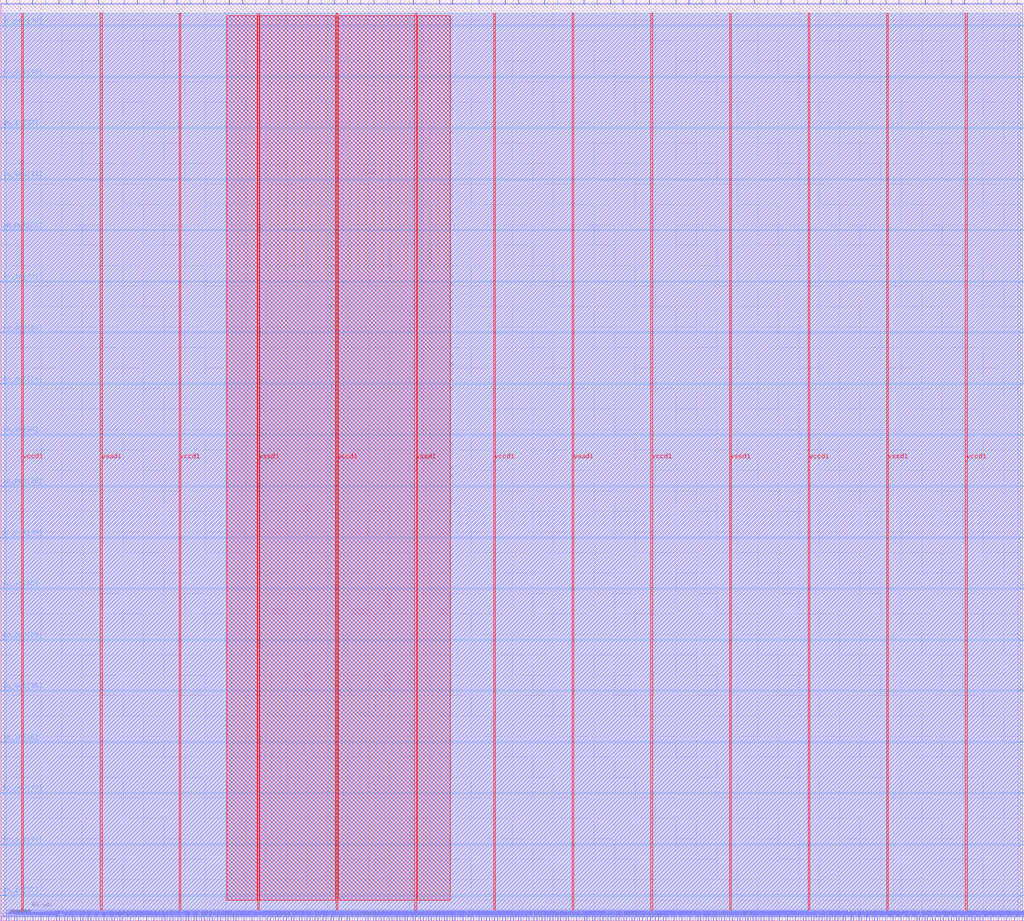
<source format=lef>
VERSION 5.7 ;
  NOWIREEXTENSIONATPIN ON ;
  DIVIDERCHAR "/" ;
  BUSBITCHARS "[]" ;
MACRO braille_driver_controller
  CLASS BLOCK ;
  FOREIGN braille_driver_controller ;
  ORIGIN 0.000 0.000 ;
  SIZE 1000.000 BY 900.000 ;
  PIN io_in[0]
    DIRECTION INPUT ;
    USE SIGNAL ;
    PORT
      LAYER met3 ;
        RECT 996.000 24.520 1000.000 25.120 ;
    END
  END io_in[0]
  PIN io_in[10]
    DIRECTION INPUT ;
    USE SIGNAL ;
    PORT
      LAYER met2 ;
        RECT 839.130 896.000 839.410 900.000 ;
    END
  END io_in[10]
  PIN io_in[11]
    DIRECTION INPUT ;
    USE SIGNAL ;
    PORT
      LAYER met2 ;
        RECT 800.950 896.000 801.230 900.000 ;
    END
  END io_in[11]
  PIN io_in[12]
    DIRECTION INPUT ;
    USE SIGNAL ;
    PORT
      LAYER met2 ;
        RECT 762.310 896.000 762.590 900.000 ;
    END
  END io_in[12]
  PIN io_in[13]
    DIRECTION INPUT ;
    USE SIGNAL ;
    PORT
      LAYER met2 ;
        RECT 723.670 896.000 723.950 900.000 ;
    END
  END io_in[13]
  PIN io_in[14]
    DIRECTION INPUT ;
    USE SIGNAL ;
    PORT
      LAYER met2 ;
        RECT 685.490 896.000 685.770 900.000 ;
    END
  END io_in[14]
  PIN io_in[15]
    DIRECTION INPUT ;
    USE SIGNAL ;
    PORT
      LAYER met2 ;
        RECT 646.850 896.000 647.130 900.000 ;
    END
  END io_in[15]
  PIN io_in[16]
    DIRECTION INPUT ;
    USE SIGNAL ;
    PORT
      LAYER met2 ;
        RECT 608.210 896.000 608.490 900.000 ;
    END
  END io_in[16]
  PIN io_in[17]
    DIRECTION INPUT ;
    USE SIGNAL ;
    PORT
      LAYER met2 ;
        RECT 570.030 896.000 570.310 900.000 ;
    END
  END io_in[17]
  PIN io_in[18]
    DIRECTION INPUT ;
    USE SIGNAL ;
    PORT
      LAYER met2 ;
        RECT 531.390 896.000 531.670 900.000 ;
    END
  END io_in[18]
  PIN io_in[19]
    DIRECTION INPUT ;
    USE SIGNAL ;
    PORT
      LAYER met2 ;
        RECT 493.210 896.000 493.490 900.000 ;
    END
  END io_in[19]
  PIN io_in[1]
    DIRECTION INPUT ;
    USE SIGNAL ;
    PORT
      LAYER met3 ;
        RECT 996.000 174.120 1000.000 174.720 ;
    END
  END io_in[1]
  PIN io_in[20]
    DIRECTION INPUT ;
    USE SIGNAL ;
    PORT
      LAYER met2 ;
        RECT 454.570 896.000 454.850 900.000 ;
    END
  END io_in[20]
  PIN io_in[21]
    DIRECTION INPUT ;
    USE SIGNAL ;
    PORT
      LAYER met2 ;
        RECT 415.930 896.000 416.210 900.000 ;
    END
  END io_in[21]
  PIN io_in[22]
    DIRECTION INPUT ;
    USE SIGNAL ;
    PORT
      LAYER met2 ;
        RECT 377.750 896.000 378.030 900.000 ;
    END
  END io_in[22]
  PIN io_in[23]
    DIRECTION INPUT ;
    USE SIGNAL ;
    PORT
      LAYER met2 ;
        RECT 339.110 896.000 339.390 900.000 ;
    END
  END io_in[23]
  PIN io_in[24]
    DIRECTION INPUT ;
    USE SIGNAL ;
    PORT
      LAYER met2 ;
        RECT 300.930 896.000 301.210 900.000 ;
    END
  END io_in[24]
  PIN io_in[25]
    DIRECTION INPUT ;
    USE SIGNAL ;
    PORT
      LAYER met2 ;
        RECT 262.290 896.000 262.570 900.000 ;
    END
  END io_in[25]
  PIN io_in[26]
    DIRECTION INPUT ;
    USE SIGNAL ;
    PORT
      LAYER met2 ;
        RECT 223.650 896.000 223.930 900.000 ;
    END
  END io_in[26]
  PIN io_in[27]
    DIRECTION INPUT ;
    USE SIGNAL ;
    PORT
      LAYER met2 ;
        RECT 185.470 896.000 185.750 900.000 ;
    END
  END io_in[27]
  PIN io_in[28]
    DIRECTION INPUT ;
    USE SIGNAL ;
    PORT
      LAYER met2 ;
        RECT 146.830 896.000 147.110 900.000 ;
    END
  END io_in[28]
  PIN io_in[29]
    DIRECTION INPUT ;
    USE SIGNAL ;
    PORT
      LAYER met2 ;
        RECT 108.190 896.000 108.470 900.000 ;
    END
  END io_in[29]
  PIN io_in[2]
    DIRECTION INPUT ;
    USE SIGNAL ;
    PORT
      LAYER met3 ;
        RECT 996.000 324.400 1000.000 325.000 ;
    END
  END io_in[2]
  PIN io_in[30]
    DIRECTION INPUT ;
    USE SIGNAL ;
    PORT
      LAYER met2 ;
        RECT 70.010 896.000 70.290 900.000 ;
    END
  END io_in[30]
  PIN io_in[31]
    DIRECTION INPUT ;
    USE SIGNAL ;
    PORT
      LAYER met2 ;
        RECT 31.370 896.000 31.650 900.000 ;
    END
  END io_in[31]
  PIN io_in[32]
    DIRECTION INPUT ;
    USE SIGNAL ;
    PORT
      LAYER met3 ;
        RECT 0.000 774.560 4.000 775.160 ;
    END
  END io_in[32]
  PIN io_in[33]
    DIRECTION INPUT ;
    USE SIGNAL ;
    PORT
      LAYER met3 ;
        RECT 0.000 624.280 4.000 624.880 ;
    END
  END io_in[33]
  PIN io_in[34]
    DIRECTION INPUT ;
    USE SIGNAL ;
    PORT
      LAYER met3 ;
        RECT 0.000 474.680 4.000 475.280 ;
    END
  END io_in[34]
  PIN io_in[35]
    DIRECTION INPUT ;
    USE SIGNAL ;
    PORT
      LAYER met3 ;
        RECT 0.000 324.400 4.000 325.000 ;
    END
  END io_in[35]
  PIN io_in[36]
    DIRECTION INPUT ;
    USE SIGNAL ;
    PORT
      LAYER met3 ;
        RECT 0.000 174.120 4.000 174.720 ;
    END
  END io_in[36]
  PIN io_in[37]
    DIRECTION INPUT ;
    USE SIGNAL ;
    PORT
      LAYER met3 ;
        RECT 0.000 24.520 4.000 25.120 ;
    END
  END io_in[37]
  PIN io_in[3]
    DIRECTION INPUT ;
    USE SIGNAL ;
    PORT
      LAYER met3 ;
        RECT 996.000 474.680 1000.000 475.280 ;
    END
  END io_in[3]
  PIN io_in[4]
    DIRECTION INPUT ;
    USE SIGNAL ;
    PORT
      LAYER met3 ;
        RECT 996.000 624.280 1000.000 624.880 ;
    END
  END io_in[4]
  PIN io_in[5]
    DIRECTION INPUT ;
    USE SIGNAL ;
    PORT
      LAYER met3 ;
        RECT 996.000 774.560 1000.000 775.160 ;
    END
  END io_in[5]
  PIN io_in[6]
    DIRECTION INPUT ;
    USE SIGNAL ;
    PORT
      LAYER met2 ;
        RECT 993.230 896.000 993.510 900.000 ;
    END
  END io_in[6]
  PIN io_in[7]
    DIRECTION INPUT ;
    USE SIGNAL ;
    PORT
      LAYER met2 ;
        RECT 954.590 896.000 954.870 900.000 ;
    END
  END io_in[7]
  PIN io_in[8]
    DIRECTION INPUT ;
    USE SIGNAL ;
    PORT
      LAYER met2 ;
        RECT 915.950 896.000 916.230 900.000 ;
    END
  END io_in[8]
  PIN io_in[9]
    DIRECTION INPUT ;
    USE SIGNAL ;
    PORT
      LAYER met2 ;
        RECT 877.770 896.000 878.050 900.000 ;
    END
  END io_in[9]
  PIN io_oeb[0]
    DIRECTION OUTPUT TRISTATE ;
    USE SIGNAL ;
    PORT
      LAYER met3 ;
        RECT 996.000 124.480 1000.000 125.080 ;
    END
  END io_oeb[0]
  PIN io_oeb[10]
    DIRECTION OUTPUT TRISTATE ;
    USE SIGNAL ;
    PORT
      LAYER met2 ;
        RECT 813.370 896.000 813.650 900.000 ;
    END
  END io_oeb[10]
  PIN io_oeb[11]
    DIRECTION OUTPUT TRISTATE ;
    USE SIGNAL ;
    PORT
      LAYER met2 ;
        RECT 775.190 896.000 775.470 900.000 ;
    END
  END io_oeb[11]
  PIN io_oeb[12]
    DIRECTION OUTPUT TRISTATE ;
    USE SIGNAL ;
    PORT
      LAYER met2 ;
        RECT 736.550 896.000 736.830 900.000 ;
    END
  END io_oeb[12]
  PIN io_oeb[13]
    DIRECTION OUTPUT TRISTATE ;
    USE SIGNAL ;
    PORT
      LAYER met2 ;
        RECT 698.370 896.000 698.650 900.000 ;
    END
  END io_oeb[13]
  PIN io_oeb[14]
    DIRECTION OUTPUT TRISTATE ;
    USE SIGNAL ;
    PORT
      LAYER met2 ;
        RECT 659.730 896.000 660.010 900.000 ;
    END
  END io_oeb[14]
  PIN io_oeb[15]
    DIRECTION OUTPUT TRISTATE ;
    USE SIGNAL ;
    PORT
      LAYER met2 ;
        RECT 621.090 896.000 621.370 900.000 ;
    END
  END io_oeb[15]
  PIN io_oeb[16]
    DIRECTION OUTPUT TRISTATE ;
    USE SIGNAL ;
    PORT
      LAYER met2 ;
        RECT 582.910 896.000 583.190 900.000 ;
    END
  END io_oeb[16]
  PIN io_oeb[17]
    DIRECTION OUTPUT TRISTATE ;
    USE SIGNAL ;
    PORT
      LAYER met2 ;
        RECT 544.270 896.000 544.550 900.000 ;
    END
  END io_oeb[17]
  PIN io_oeb[18]
    DIRECTION OUTPUT TRISTATE ;
    USE SIGNAL ;
    PORT
      LAYER met2 ;
        RECT 506.090 896.000 506.370 900.000 ;
    END
  END io_oeb[18]
  PIN io_oeb[19]
    DIRECTION OUTPUT TRISTATE ;
    USE SIGNAL ;
    PORT
      LAYER met2 ;
        RECT 467.450 896.000 467.730 900.000 ;
    END
  END io_oeb[19]
  PIN io_oeb[1]
    DIRECTION OUTPUT TRISTATE ;
    USE SIGNAL ;
    PORT
      LAYER met3 ;
        RECT 996.000 274.080 1000.000 274.680 ;
    END
  END io_oeb[1]
  PIN io_oeb[20]
    DIRECTION OUTPUT TRISTATE ;
    USE SIGNAL ;
    PORT
      LAYER met2 ;
        RECT 428.810 896.000 429.090 900.000 ;
    END
  END io_oeb[20]
  PIN io_oeb[21]
    DIRECTION OUTPUT TRISTATE ;
    USE SIGNAL ;
    PORT
      LAYER met2 ;
        RECT 390.630 896.000 390.910 900.000 ;
    END
  END io_oeb[21]
  PIN io_oeb[22]
    DIRECTION OUTPUT TRISTATE ;
    USE SIGNAL ;
    PORT
      LAYER met2 ;
        RECT 351.990 896.000 352.270 900.000 ;
    END
  END io_oeb[22]
  PIN io_oeb[23]
    DIRECTION OUTPUT TRISTATE ;
    USE SIGNAL ;
    PORT
      LAYER met2 ;
        RECT 313.350 896.000 313.630 900.000 ;
    END
  END io_oeb[23]
  PIN io_oeb[24]
    DIRECTION OUTPUT TRISTATE ;
    USE SIGNAL ;
    PORT
      LAYER met2 ;
        RECT 275.170 896.000 275.450 900.000 ;
    END
  END io_oeb[24]
  PIN io_oeb[25]
    DIRECTION OUTPUT TRISTATE ;
    USE SIGNAL ;
    PORT
      LAYER met2 ;
        RECT 236.530 896.000 236.810 900.000 ;
    END
  END io_oeb[25]
  PIN io_oeb[26]
    DIRECTION OUTPUT TRISTATE ;
    USE SIGNAL ;
    PORT
      LAYER met2 ;
        RECT 198.350 896.000 198.630 900.000 ;
    END
  END io_oeb[26]
  PIN io_oeb[27]
    DIRECTION OUTPUT TRISTATE ;
    USE SIGNAL ;
    PORT
      LAYER met2 ;
        RECT 159.710 896.000 159.990 900.000 ;
    END
  END io_oeb[27]
  PIN io_oeb[28]
    DIRECTION OUTPUT TRISTATE ;
    USE SIGNAL ;
    PORT
      LAYER met2 ;
        RECT 121.070 896.000 121.350 900.000 ;
    END
  END io_oeb[28]
  PIN io_oeb[29]
    DIRECTION OUTPUT TRISTATE ;
    USE SIGNAL ;
    PORT
      LAYER met2 ;
        RECT 82.890 896.000 83.170 900.000 ;
    END
  END io_oeb[29]
  PIN io_oeb[2]
    DIRECTION OUTPUT TRISTATE ;
    USE SIGNAL ;
    PORT
      LAYER met3 ;
        RECT 996.000 424.360 1000.000 424.960 ;
    END
  END io_oeb[2]
  PIN io_oeb[30]
    DIRECTION OUTPUT TRISTATE ;
    USE SIGNAL ;
    PORT
      LAYER met2 ;
        RECT 44.250 896.000 44.530 900.000 ;
    END
  END io_oeb[30]
  PIN io_oeb[31]
    DIRECTION OUTPUT TRISTATE ;
    USE SIGNAL ;
    PORT
      LAYER met2 ;
        RECT 6.070 896.000 6.350 900.000 ;
    END
  END io_oeb[31]
  PIN io_oeb[32]
    DIRECTION OUTPUT TRISTATE ;
    USE SIGNAL ;
    PORT
      LAYER met3 ;
        RECT 0.000 874.520 4.000 875.120 ;
    END
  END io_oeb[32]
  PIN io_oeb[33]
    DIRECTION OUTPUT TRISTATE ;
    USE SIGNAL ;
    PORT
      LAYER met3 ;
        RECT 0.000 724.240 4.000 724.840 ;
    END
  END io_oeb[33]
  PIN io_oeb[34]
    DIRECTION OUTPUT TRISTATE ;
    USE SIGNAL ;
    PORT
      LAYER met3 ;
        RECT 0.000 574.640 4.000 575.240 ;
    END
  END io_oeb[34]
  PIN io_oeb[35]
    DIRECTION OUTPUT TRISTATE ;
    USE SIGNAL ;
    PORT
      LAYER met3 ;
        RECT 0.000 424.360 4.000 424.960 ;
    END
  END io_oeb[35]
  PIN io_oeb[36]
    DIRECTION OUTPUT TRISTATE ;
    USE SIGNAL ;
    PORT
      LAYER met3 ;
        RECT 0.000 274.080 4.000 274.680 ;
    END
  END io_oeb[36]
  PIN io_oeb[37]
    DIRECTION OUTPUT TRISTATE ;
    USE SIGNAL ;
    PORT
      LAYER met3 ;
        RECT 0.000 124.480 4.000 125.080 ;
    END
  END io_oeb[37]
  PIN io_oeb[3]
    DIRECTION OUTPUT TRISTATE ;
    USE SIGNAL ;
    PORT
      LAYER met3 ;
        RECT 996.000 574.640 1000.000 575.240 ;
    END
  END io_oeb[3]
  PIN io_oeb[4]
    DIRECTION OUTPUT TRISTATE ;
    USE SIGNAL ;
    PORT
      LAYER met3 ;
        RECT 996.000 724.240 1000.000 724.840 ;
    END
  END io_oeb[4]
  PIN io_oeb[5]
    DIRECTION OUTPUT TRISTATE ;
    USE SIGNAL ;
    PORT
      LAYER met3 ;
        RECT 996.000 874.520 1000.000 875.120 ;
    END
  END io_oeb[5]
  PIN io_oeb[6]
    DIRECTION OUTPUT TRISTATE ;
    USE SIGNAL ;
    PORT
      LAYER met2 ;
        RECT 967.470 896.000 967.750 900.000 ;
    END
  END io_oeb[6]
  PIN io_oeb[7]
    DIRECTION OUTPUT TRISTATE ;
    USE SIGNAL ;
    PORT
      LAYER met2 ;
        RECT 928.830 896.000 929.110 900.000 ;
    END
  END io_oeb[7]
  PIN io_oeb[8]
    DIRECTION OUTPUT TRISTATE ;
    USE SIGNAL ;
    PORT
      LAYER met2 ;
        RECT 890.650 896.000 890.930 900.000 ;
    END
  END io_oeb[8]
  PIN io_oeb[9]
    DIRECTION OUTPUT TRISTATE ;
    USE SIGNAL ;
    PORT
      LAYER met2 ;
        RECT 852.010 896.000 852.290 900.000 ;
    END
  END io_oeb[9]
  PIN io_out[0]
    DIRECTION OUTPUT TRISTATE ;
    USE SIGNAL ;
    PORT
      LAYER met3 ;
        RECT 996.000 74.160 1000.000 74.760 ;
    END
  END io_out[0]
  PIN io_out[10]
    DIRECTION OUTPUT TRISTATE ;
    USE SIGNAL ;
    PORT
      LAYER met2 ;
        RECT 826.250 896.000 826.530 900.000 ;
    END
  END io_out[10]
  PIN io_out[11]
    DIRECTION OUTPUT TRISTATE ;
    USE SIGNAL ;
    PORT
      LAYER met2 ;
        RECT 788.070 896.000 788.350 900.000 ;
    END
  END io_out[11]
  PIN io_out[12]
    DIRECTION OUTPUT TRISTATE ;
    USE SIGNAL ;
    PORT
      LAYER met2 ;
        RECT 749.430 896.000 749.710 900.000 ;
    END
  END io_out[12]
  PIN io_out[13]
    DIRECTION OUTPUT TRISTATE ;
    USE SIGNAL ;
    PORT
      LAYER met2 ;
        RECT 710.790 896.000 711.070 900.000 ;
    END
  END io_out[13]
  PIN io_out[14]
    DIRECTION OUTPUT TRISTATE ;
    USE SIGNAL ;
    PORT
      LAYER met2 ;
        RECT 672.610 896.000 672.890 900.000 ;
    END
  END io_out[14]
  PIN io_out[15]
    DIRECTION OUTPUT TRISTATE ;
    USE SIGNAL ;
    PORT
      LAYER met2 ;
        RECT 633.970 896.000 634.250 900.000 ;
    END
  END io_out[15]
  PIN io_out[16]
    DIRECTION OUTPUT TRISTATE ;
    USE SIGNAL ;
    PORT
      LAYER met2 ;
        RECT 595.790 896.000 596.070 900.000 ;
    END
  END io_out[16]
  PIN io_out[17]
    DIRECTION OUTPUT TRISTATE ;
    USE SIGNAL ;
    PORT
      LAYER met2 ;
        RECT 557.150 896.000 557.430 900.000 ;
    END
  END io_out[17]
  PIN io_out[18]
    DIRECTION OUTPUT TRISTATE ;
    USE SIGNAL ;
    PORT
      LAYER met2 ;
        RECT 518.510 896.000 518.790 900.000 ;
    END
  END io_out[18]
  PIN io_out[19]
    DIRECTION OUTPUT TRISTATE ;
    USE SIGNAL ;
    PORT
      LAYER met2 ;
        RECT 480.330 896.000 480.610 900.000 ;
    END
  END io_out[19]
  PIN io_out[1]
    DIRECTION OUTPUT TRISTATE ;
    USE SIGNAL ;
    PORT
      LAYER met3 ;
        RECT 996.000 224.440 1000.000 225.040 ;
    END
  END io_out[1]
  PIN io_out[20]
    DIRECTION OUTPUT TRISTATE ;
    USE SIGNAL ;
    PORT
      LAYER met2 ;
        RECT 441.690 896.000 441.970 900.000 ;
    END
  END io_out[20]
  PIN io_out[21]
    DIRECTION OUTPUT TRISTATE ;
    USE SIGNAL ;
    PORT
      LAYER met2 ;
        RECT 403.510 896.000 403.790 900.000 ;
    END
  END io_out[21]
  PIN io_out[22]
    DIRECTION OUTPUT TRISTATE ;
    USE SIGNAL ;
    PORT
      LAYER met2 ;
        RECT 364.870 896.000 365.150 900.000 ;
    END
  END io_out[22]
  PIN io_out[23]
    DIRECTION OUTPUT TRISTATE ;
    USE SIGNAL ;
    PORT
      LAYER met2 ;
        RECT 326.230 896.000 326.510 900.000 ;
    END
  END io_out[23]
  PIN io_out[24]
    DIRECTION OUTPUT TRISTATE ;
    USE SIGNAL ;
    PORT
      LAYER met2 ;
        RECT 288.050 896.000 288.330 900.000 ;
    END
  END io_out[24]
  PIN io_out[25]
    DIRECTION OUTPUT TRISTATE ;
    USE SIGNAL ;
    PORT
      LAYER met2 ;
        RECT 249.410 896.000 249.690 900.000 ;
    END
  END io_out[25]
  PIN io_out[26]
    DIRECTION OUTPUT TRISTATE ;
    USE SIGNAL ;
    PORT
      LAYER met2 ;
        RECT 210.770 896.000 211.050 900.000 ;
    END
  END io_out[26]
  PIN io_out[27]
    DIRECTION OUTPUT TRISTATE ;
    USE SIGNAL ;
    PORT
      LAYER met2 ;
        RECT 172.590 896.000 172.870 900.000 ;
    END
  END io_out[27]
  PIN io_out[28]
    DIRECTION OUTPUT TRISTATE ;
    USE SIGNAL ;
    PORT
      LAYER met2 ;
        RECT 133.950 896.000 134.230 900.000 ;
    END
  END io_out[28]
  PIN io_out[29]
    DIRECTION OUTPUT TRISTATE ;
    USE SIGNAL ;
    PORT
      LAYER met2 ;
        RECT 95.770 896.000 96.050 900.000 ;
    END
  END io_out[29]
  PIN io_out[2]
    DIRECTION OUTPUT TRISTATE ;
    USE SIGNAL ;
    PORT
      LAYER met3 ;
        RECT 996.000 374.040 1000.000 374.640 ;
    END
  END io_out[2]
  PIN io_out[30]
    DIRECTION OUTPUT TRISTATE ;
    USE SIGNAL ;
    PORT
      LAYER met2 ;
        RECT 57.130 896.000 57.410 900.000 ;
    END
  END io_out[30]
  PIN io_out[31]
    DIRECTION OUTPUT TRISTATE ;
    USE SIGNAL ;
    PORT
      LAYER met2 ;
        RECT 18.490 896.000 18.770 900.000 ;
    END
  END io_out[31]
  PIN io_out[32]
    DIRECTION OUTPUT TRISTATE ;
    USE SIGNAL ;
    PORT
      LAYER met3 ;
        RECT 0.000 824.200 4.000 824.800 ;
    END
  END io_out[32]
  PIN io_out[33]
    DIRECTION OUTPUT TRISTATE ;
    USE SIGNAL ;
    PORT
      LAYER met3 ;
        RECT 0.000 674.600 4.000 675.200 ;
    END
  END io_out[33]
  PIN io_out[34]
    DIRECTION OUTPUT TRISTATE ;
    USE SIGNAL ;
    PORT
      LAYER met3 ;
        RECT 0.000 524.320 4.000 524.920 ;
    END
  END io_out[34]
  PIN io_out[35]
    DIRECTION OUTPUT TRISTATE ;
    USE SIGNAL ;
    PORT
      LAYER met3 ;
        RECT 0.000 374.040 4.000 374.640 ;
    END
  END io_out[35]
  PIN io_out[36]
    DIRECTION OUTPUT TRISTATE ;
    USE SIGNAL ;
    PORT
      LAYER met3 ;
        RECT 0.000 224.440 4.000 225.040 ;
    END
  END io_out[36]
  PIN io_out[37]
    DIRECTION OUTPUT TRISTATE ;
    USE SIGNAL ;
    PORT
      LAYER met3 ;
        RECT 0.000 74.160 4.000 74.760 ;
    END
  END io_out[37]
  PIN io_out[3]
    DIRECTION OUTPUT TRISTATE ;
    USE SIGNAL ;
    PORT
      LAYER met3 ;
        RECT 996.000 524.320 1000.000 524.920 ;
    END
  END io_out[3]
  PIN io_out[4]
    DIRECTION OUTPUT TRISTATE ;
    USE SIGNAL ;
    PORT
      LAYER met3 ;
        RECT 996.000 674.600 1000.000 675.200 ;
    END
  END io_out[4]
  PIN io_out[5]
    DIRECTION OUTPUT TRISTATE ;
    USE SIGNAL ;
    PORT
      LAYER met3 ;
        RECT 996.000 824.200 1000.000 824.800 ;
    END
  END io_out[5]
  PIN io_out[6]
    DIRECTION OUTPUT TRISTATE ;
    USE SIGNAL ;
    PORT
      LAYER met2 ;
        RECT 980.350 896.000 980.630 900.000 ;
    END
  END io_out[6]
  PIN io_out[7]
    DIRECTION OUTPUT TRISTATE ;
    USE SIGNAL ;
    PORT
      LAYER met2 ;
        RECT 941.710 896.000 941.990 900.000 ;
    END
  END io_out[7]
  PIN io_out[8]
    DIRECTION OUTPUT TRISTATE ;
    USE SIGNAL ;
    PORT
      LAYER met2 ;
        RECT 903.530 896.000 903.810 900.000 ;
    END
  END io_out[8]
  PIN io_out[9]
    DIRECTION OUTPUT TRISTATE ;
    USE SIGNAL ;
    PORT
      LAYER met2 ;
        RECT 864.890 896.000 865.170 900.000 ;
    END
  END io_out[9]
  PIN irq[0]
    DIRECTION OUTPUT TRISTATE ;
    USE SIGNAL ;
    PORT
      LAYER met2 ;
        RECT 993.230 0.000 993.510 4.000 ;
    END
  END irq[0]
  PIN irq[1]
    DIRECTION OUTPUT TRISTATE ;
    USE SIGNAL ;
    PORT
      LAYER met2 ;
        RECT 995.530 0.000 995.810 4.000 ;
    END
  END irq[1]
  PIN irq[2]
    DIRECTION OUTPUT TRISTATE ;
    USE SIGNAL ;
    PORT
      LAYER met2 ;
        RECT 998.290 0.000 998.570 4.000 ;
    END
  END irq[2]
  PIN la_data_in[0]
    DIRECTION INPUT ;
    USE SIGNAL ;
    PORT
      LAYER met2 ;
        RECT 160.630 0.000 160.910 4.000 ;
    END
  END la_data_in[0]
  PIN la_data_in[100]
    DIRECTION INPUT ;
    USE SIGNAL ;
    PORT
      LAYER met2 ;
        RECT 773.810 0.000 774.090 4.000 ;
    END
  END la_data_in[100]
  PIN la_data_in[101]
    DIRECTION INPUT ;
    USE SIGNAL ;
    PORT
      LAYER met2 ;
        RECT 781.630 0.000 781.910 4.000 ;
    END
  END la_data_in[101]
  PIN la_data_in[102]
    DIRECTION INPUT ;
    USE SIGNAL ;
    PORT
      LAYER met2 ;
        RECT 789.450 0.000 789.730 4.000 ;
    END
  END la_data_in[102]
  PIN la_data_in[103]
    DIRECTION INPUT ;
    USE SIGNAL ;
    PORT
      LAYER met2 ;
        RECT 797.270 0.000 797.550 4.000 ;
    END
  END la_data_in[103]
  PIN la_data_in[104]
    DIRECTION INPUT ;
    USE SIGNAL ;
    PORT
      LAYER met2 ;
        RECT 805.090 0.000 805.370 4.000 ;
    END
  END la_data_in[104]
  PIN la_data_in[105]
    DIRECTION INPUT ;
    USE SIGNAL ;
    PORT
      LAYER met2 ;
        RECT 812.450 0.000 812.730 4.000 ;
    END
  END la_data_in[105]
  PIN la_data_in[106]
    DIRECTION INPUT ;
    USE SIGNAL ;
    PORT
      LAYER met2 ;
        RECT 820.270 0.000 820.550 4.000 ;
    END
  END la_data_in[106]
  PIN la_data_in[107]
    DIRECTION INPUT ;
    USE SIGNAL ;
    PORT
      LAYER met2 ;
        RECT 828.090 0.000 828.370 4.000 ;
    END
  END la_data_in[107]
  PIN la_data_in[108]
    DIRECTION INPUT ;
    USE SIGNAL ;
    PORT
      LAYER met2 ;
        RECT 835.910 0.000 836.190 4.000 ;
    END
  END la_data_in[108]
  PIN la_data_in[109]
    DIRECTION INPUT ;
    USE SIGNAL ;
    PORT
      LAYER met2 ;
        RECT 843.730 0.000 844.010 4.000 ;
    END
  END la_data_in[109]
  PIN la_data_in[10]
    DIRECTION INPUT ;
    USE SIGNAL ;
    PORT
      LAYER met2 ;
        RECT 75.530 0.000 75.810 4.000 ;
    END
  END la_data_in[10]
  PIN la_data_in[110]
    DIRECTION INPUT ;
    USE SIGNAL ;
    PORT
      LAYER met2 ;
        RECT 851.550 0.000 851.830 4.000 ;
    END
  END la_data_in[110]
  PIN la_data_in[111]
    DIRECTION INPUT ;
    USE SIGNAL ;
    PORT
      LAYER met2 ;
        RECT 858.910 0.000 859.190 4.000 ;
    END
  END la_data_in[111]
  PIN la_data_in[112]
    DIRECTION INPUT ;
    USE SIGNAL ;
    PORT
      LAYER met2 ;
        RECT 866.730 0.000 867.010 4.000 ;
    END
  END la_data_in[112]
  PIN la_data_in[113]
    DIRECTION INPUT ;
    USE SIGNAL ;
    PORT
      LAYER met2 ;
        RECT 874.550 0.000 874.830 4.000 ;
    END
  END la_data_in[113]
  PIN la_data_in[114]
    DIRECTION INPUT ;
    USE SIGNAL ;
    PORT
      LAYER met2 ;
        RECT 882.370 0.000 882.650 4.000 ;
    END
  END la_data_in[114]
  PIN la_data_in[115]
    DIRECTION INPUT ;
    USE SIGNAL ;
    PORT
      LAYER met2 ;
        RECT 890.190 0.000 890.470 4.000 ;
    END
  END la_data_in[115]
  PIN la_data_in[116]
    DIRECTION INPUT ;
    USE SIGNAL ;
    PORT
      LAYER met2 ;
        RECT 897.550 0.000 897.830 4.000 ;
    END
  END la_data_in[116]
  PIN la_data_in[117]
    DIRECTION INPUT ;
    USE SIGNAL ;
    PORT
      LAYER met2 ;
        RECT 905.370 0.000 905.650 4.000 ;
    END
  END la_data_in[117]
  PIN la_data_in[118]
    DIRECTION INPUT ;
    USE SIGNAL ;
    PORT
      LAYER met2 ;
        RECT 913.190 0.000 913.470 4.000 ;
    END
  END la_data_in[118]
  PIN la_data_in[119]
    DIRECTION INPUT ;
    USE SIGNAL ;
    PORT
      LAYER met2 ;
        RECT 921.010 0.000 921.290 4.000 ;
    END
  END la_data_in[119]
  PIN la_data_in[11]
    DIRECTION INPUT ;
    USE SIGNAL ;
    PORT
      LAYER met2 ;
        RECT 83.350 0.000 83.630 4.000 ;
    END
  END la_data_in[11]
  PIN la_data_in[120]
    DIRECTION INPUT ;
    USE SIGNAL ;
    PORT
      LAYER met2 ;
        RECT 928.830 0.000 929.110 4.000 ;
    END
  END la_data_in[120]
  PIN la_data_in[121]
    DIRECTION INPUT ;
    USE SIGNAL ;
    PORT
      LAYER met2 ;
        RECT 936.190 0.000 936.470 4.000 ;
    END
  END la_data_in[121]
  PIN la_data_in[122]
    DIRECTION INPUT ;
    USE SIGNAL ;
    PORT
      LAYER met2 ;
        RECT 944.010 0.000 944.290 4.000 ;
    END
  END la_data_in[122]
  PIN la_data_in[123]
    DIRECTION INPUT ;
    USE SIGNAL ;
    PORT
      LAYER met2 ;
        RECT 951.830 0.000 952.110 4.000 ;
    END
  END la_data_in[123]
  PIN la_data_in[124]
    DIRECTION INPUT ;
    USE SIGNAL ;
    PORT
      LAYER met2 ;
        RECT 959.650 0.000 959.930 4.000 ;
    END
  END la_data_in[124]
  PIN la_data_in[125]
    DIRECTION INPUT ;
    USE SIGNAL ;
    PORT
      LAYER met2 ;
        RECT 967.470 0.000 967.750 4.000 ;
    END
  END la_data_in[125]
  PIN la_data_in[126]
    DIRECTION INPUT ;
    USE SIGNAL ;
    PORT
      LAYER met2 ;
        RECT 974.830 0.000 975.110 4.000 ;
    END
  END la_data_in[126]
  PIN la_data_in[127]
    DIRECTION INPUT ;
    USE SIGNAL ;
    PORT
      LAYER met2 ;
        RECT 982.650 0.000 982.930 4.000 ;
    END
  END la_data_in[127]
  PIN la_data_in[12]
    DIRECTION INPUT ;
    USE SIGNAL ;
    PORT
      LAYER met2 ;
        RECT 91.170 0.000 91.450 4.000 ;
    END
  END la_data_in[12]
  PIN la_data_in[13]
    DIRECTION INPUT ;
    USE SIGNAL ;
    PORT
      LAYER met2 ;
        RECT 98.530 0.000 98.810 4.000 ;
    END
  END la_data_in[13]
  PIN la_data_in[14]
    DIRECTION INPUT ;
    USE SIGNAL ;
    PORT
      LAYER met2 ;
        RECT 106.350 0.000 106.630 4.000 ;
    END
  END la_data_in[14]
  PIN la_data_in[15]
    DIRECTION INPUT ;
    USE SIGNAL ;
    PORT
      LAYER met2 ;
        RECT 114.170 0.000 114.450 4.000 ;
    END
  END la_data_in[15]
  PIN la_data_in[16]
    DIRECTION INPUT ;
    USE SIGNAL ;
    PORT
      LAYER met2 ;
        RECT 121.990 0.000 122.270 4.000 ;
    END
  END la_data_in[16]
  PIN la_data_in[17]
    DIRECTION INPUT ;
    USE SIGNAL ;
    PORT
      LAYER met2 ;
        RECT 129.810 0.000 130.090 4.000 ;
    END
  END la_data_in[17]
  PIN la_data_in[18]
    DIRECTION INPUT ;
    USE SIGNAL ;
    PORT
      LAYER met2 ;
        RECT 137.170 0.000 137.450 4.000 ;
    END
  END la_data_in[18]
  PIN la_data_in[19]
    DIRECTION INPUT ;
    USE SIGNAL ;
    PORT
      LAYER met2 ;
        RECT 144.990 0.000 145.270 4.000 ;
    END
  END la_data_in[19]
  PIN la_data_in[1]
    DIRECTION INPUT ;
    USE SIGNAL ;
    PORT
      LAYER met2 ;
        RECT 6.070 0.000 6.350 4.000 ;
    END
  END la_data_in[1]
  PIN la_data_in[20]
    DIRECTION INPUT ;
    USE SIGNAL ;
    PORT
      LAYER met2 ;
        RECT 152.810 0.000 153.090 4.000 ;
    END
  END la_data_in[20]
  PIN la_data_in[21]
    DIRECTION INPUT ;
    USE SIGNAL ;
    PORT
      LAYER met2 ;
        RECT 162.930 0.000 163.210 4.000 ;
    END
  END la_data_in[21]
  PIN la_data_in[22]
    DIRECTION INPUT ;
    USE SIGNAL ;
    PORT
      LAYER met2 ;
        RECT 170.750 0.000 171.030 4.000 ;
    END
  END la_data_in[22]
  PIN la_data_in[23]
    DIRECTION INPUT ;
    USE SIGNAL ;
    PORT
      LAYER met2 ;
        RECT 178.570 0.000 178.850 4.000 ;
    END
  END la_data_in[23]
  PIN la_data_in[24]
    DIRECTION INPUT ;
    USE SIGNAL ;
    PORT
      LAYER met2 ;
        RECT 186.390 0.000 186.670 4.000 ;
    END
  END la_data_in[24]
  PIN la_data_in[25]
    DIRECTION INPUT ;
    USE SIGNAL ;
    PORT
      LAYER met2 ;
        RECT 194.210 0.000 194.490 4.000 ;
    END
  END la_data_in[25]
  PIN la_data_in[26]
    DIRECTION INPUT ;
    USE SIGNAL ;
    PORT
      LAYER met2 ;
        RECT 202.030 0.000 202.310 4.000 ;
    END
  END la_data_in[26]
  PIN la_data_in[27]
    DIRECTION INPUT ;
    USE SIGNAL ;
    PORT
      LAYER met2 ;
        RECT 209.390 0.000 209.670 4.000 ;
    END
  END la_data_in[27]
  PIN la_data_in[28]
    DIRECTION INPUT ;
    USE SIGNAL ;
    PORT
      LAYER met2 ;
        RECT 217.210 0.000 217.490 4.000 ;
    END
  END la_data_in[28]
  PIN la_data_in[29]
    DIRECTION INPUT ;
    USE SIGNAL ;
    PORT
      LAYER met2 ;
        RECT 225.030 0.000 225.310 4.000 ;
    END
  END la_data_in[29]
  PIN la_data_in[2]
    DIRECTION INPUT ;
    USE SIGNAL ;
    PORT
      LAYER met2 ;
        RECT 13.890 0.000 14.170 4.000 ;
    END
  END la_data_in[2]
  PIN la_data_in[30]
    DIRECTION INPUT ;
    USE SIGNAL ;
    PORT
      LAYER met2 ;
        RECT 232.850 0.000 233.130 4.000 ;
    END
  END la_data_in[30]
  PIN la_data_in[31]
    DIRECTION INPUT ;
    USE SIGNAL ;
    PORT
      LAYER met2 ;
        RECT 240.670 0.000 240.950 4.000 ;
    END
  END la_data_in[31]
  PIN la_data_in[32]
    DIRECTION INPUT ;
    USE SIGNAL ;
    PORT
      LAYER met2 ;
        RECT 248.030 0.000 248.310 4.000 ;
    END
  END la_data_in[32]
  PIN la_data_in[33]
    DIRECTION INPUT ;
    USE SIGNAL ;
    PORT
      LAYER met2 ;
        RECT 255.850 0.000 256.130 4.000 ;
    END
  END la_data_in[33]
  PIN la_data_in[34]
    DIRECTION INPUT ;
    USE SIGNAL ;
    PORT
      LAYER met2 ;
        RECT 263.670 0.000 263.950 4.000 ;
    END
  END la_data_in[34]
  PIN la_data_in[35]
    DIRECTION INPUT ;
    USE SIGNAL ;
    PORT
      LAYER met2 ;
        RECT 271.490 0.000 271.770 4.000 ;
    END
  END la_data_in[35]
  PIN la_data_in[36]
    DIRECTION INPUT ;
    USE SIGNAL ;
    PORT
      LAYER met2 ;
        RECT 279.310 0.000 279.590 4.000 ;
    END
  END la_data_in[36]
  PIN la_data_in[37]
    DIRECTION INPUT ;
    USE SIGNAL ;
    PORT
      LAYER met2 ;
        RECT 286.670 0.000 286.950 4.000 ;
    END
  END la_data_in[37]
  PIN la_data_in[38]
    DIRECTION INPUT ;
    USE SIGNAL ;
    PORT
      LAYER met2 ;
        RECT 294.490 0.000 294.770 4.000 ;
    END
  END la_data_in[38]
  PIN la_data_in[39]
    DIRECTION INPUT ;
    USE SIGNAL ;
    PORT
      LAYER met2 ;
        RECT 302.310 0.000 302.590 4.000 ;
    END
  END la_data_in[39]
  PIN la_data_in[3]
    DIRECTION INPUT ;
    USE SIGNAL ;
    PORT
      LAYER met2 ;
        RECT 21.250 0.000 21.530 4.000 ;
    END
  END la_data_in[3]
  PIN la_data_in[40]
    DIRECTION INPUT ;
    USE SIGNAL ;
    PORT
      LAYER met2 ;
        RECT 310.130 0.000 310.410 4.000 ;
    END
  END la_data_in[40]
  PIN la_data_in[41]
    DIRECTION INPUT ;
    USE SIGNAL ;
    PORT
      LAYER met2 ;
        RECT 317.950 0.000 318.230 4.000 ;
    END
  END la_data_in[41]
  PIN la_data_in[42]
    DIRECTION INPUT ;
    USE SIGNAL ;
    PORT
      LAYER met2 ;
        RECT 325.310 0.000 325.590 4.000 ;
    END
  END la_data_in[42]
  PIN la_data_in[43]
    DIRECTION INPUT ;
    USE SIGNAL ;
    PORT
      LAYER met2 ;
        RECT 333.130 0.000 333.410 4.000 ;
    END
  END la_data_in[43]
  PIN la_data_in[44]
    DIRECTION INPUT ;
    USE SIGNAL ;
    PORT
      LAYER met2 ;
        RECT 340.950 0.000 341.230 4.000 ;
    END
  END la_data_in[44]
  PIN la_data_in[45]
    DIRECTION INPUT ;
    USE SIGNAL ;
    PORT
      LAYER met2 ;
        RECT 348.770 0.000 349.050 4.000 ;
    END
  END la_data_in[45]
  PIN la_data_in[46]
    DIRECTION INPUT ;
    USE SIGNAL ;
    PORT
      LAYER met2 ;
        RECT 356.590 0.000 356.870 4.000 ;
    END
  END la_data_in[46]
  PIN la_data_in[47]
    DIRECTION INPUT ;
    USE SIGNAL ;
    PORT
      LAYER met2 ;
        RECT 364.410 0.000 364.690 4.000 ;
    END
  END la_data_in[47]
  PIN la_data_in[48]
    DIRECTION INPUT ;
    USE SIGNAL ;
    PORT
      LAYER met2 ;
        RECT 371.770 0.000 372.050 4.000 ;
    END
  END la_data_in[48]
  PIN la_data_in[49]
    DIRECTION INPUT ;
    USE SIGNAL ;
    PORT
      LAYER met2 ;
        RECT 379.590 0.000 379.870 4.000 ;
    END
  END la_data_in[49]
  PIN la_data_in[4]
    DIRECTION INPUT ;
    USE SIGNAL ;
    PORT
      LAYER met2 ;
        RECT 29.070 0.000 29.350 4.000 ;
    END
  END la_data_in[4]
  PIN la_data_in[50]
    DIRECTION INPUT ;
    USE SIGNAL ;
    PORT
      LAYER met2 ;
        RECT 387.410 0.000 387.690 4.000 ;
    END
  END la_data_in[50]
  PIN la_data_in[51]
    DIRECTION INPUT ;
    USE SIGNAL ;
    PORT
      LAYER met2 ;
        RECT 395.230 0.000 395.510 4.000 ;
    END
  END la_data_in[51]
  PIN la_data_in[52]
    DIRECTION INPUT ;
    USE SIGNAL ;
    PORT
      LAYER met2 ;
        RECT 403.050 0.000 403.330 4.000 ;
    END
  END la_data_in[52]
  PIN la_data_in[53]
    DIRECTION INPUT ;
    USE SIGNAL ;
    PORT
      LAYER met2 ;
        RECT 410.410 0.000 410.690 4.000 ;
    END
  END la_data_in[53]
  PIN la_data_in[54]
    DIRECTION INPUT ;
    USE SIGNAL ;
    PORT
      LAYER met2 ;
        RECT 418.230 0.000 418.510 4.000 ;
    END
  END la_data_in[54]
  PIN la_data_in[55]
    DIRECTION INPUT ;
    USE SIGNAL ;
    PORT
      LAYER met2 ;
        RECT 426.050 0.000 426.330 4.000 ;
    END
  END la_data_in[55]
  PIN la_data_in[56]
    DIRECTION INPUT ;
    USE SIGNAL ;
    PORT
      LAYER met2 ;
        RECT 433.870 0.000 434.150 4.000 ;
    END
  END la_data_in[56]
  PIN la_data_in[57]
    DIRECTION INPUT ;
    USE SIGNAL ;
    PORT
      LAYER met2 ;
        RECT 441.690 0.000 441.970 4.000 ;
    END
  END la_data_in[57]
  PIN la_data_in[58]
    DIRECTION INPUT ;
    USE SIGNAL ;
    PORT
      LAYER met2 ;
        RECT 449.050 0.000 449.330 4.000 ;
    END
  END la_data_in[58]
  PIN la_data_in[59]
    DIRECTION INPUT ;
    USE SIGNAL ;
    PORT
      LAYER met2 ;
        RECT 456.870 0.000 457.150 4.000 ;
    END
  END la_data_in[59]
  PIN la_data_in[5]
    DIRECTION INPUT ;
    USE SIGNAL ;
    PORT
      LAYER met2 ;
        RECT 36.890 0.000 37.170 4.000 ;
    END
  END la_data_in[5]
  PIN la_data_in[60]
    DIRECTION INPUT ;
    USE SIGNAL ;
    PORT
      LAYER met2 ;
        RECT 464.690 0.000 464.970 4.000 ;
    END
  END la_data_in[60]
  PIN la_data_in[61]
    DIRECTION INPUT ;
    USE SIGNAL ;
    PORT
      LAYER met2 ;
        RECT 472.510 0.000 472.790 4.000 ;
    END
  END la_data_in[61]
  PIN la_data_in[62]
    DIRECTION INPUT ;
    USE SIGNAL ;
    PORT
      LAYER met2 ;
        RECT 480.330 0.000 480.610 4.000 ;
    END
  END la_data_in[62]
  PIN la_data_in[63]
    DIRECTION INPUT ;
    USE SIGNAL ;
    PORT
      LAYER met2 ;
        RECT 487.690 0.000 487.970 4.000 ;
    END
  END la_data_in[63]
  PIN la_data_in[64]
    DIRECTION INPUT ;
    USE SIGNAL ;
    PORT
      LAYER met2 ;
        RECT 495.510 0.000 495.790 4.000 ;
    END
  END la_data_in[64]
  PIN la_data_in[65]
    DIRECTION INPUT ;
    USE SIGNAL ;
    PORT
      LAYER met2 ;
        RECT 503.330 0.000 503.610 4.000 ;
    END
  END la_data_in[65]
  PIN la_data_in[66]
    DIRECTION INPUT ;
    USE SIGNAL ;
    PORT
      LAYER met2 ;
        RECT 511.150 0.000 511.430 4.000 ;
    END
  END la_data_in[66]
  PIN la_data_in[67]
    DIRECTION INPUT ;
    USE SIGNAL ;
    PORT
      LAYER met2 ;
        RECT 518.970 0.000 519.250 4.000 ;
    END
  END la_data_in[67]
  PIN la_data_in[68]
    DIRECTION INPUT ;
    USE SIGNAL ;
    PORT
      LAYER met2 ;
        RECT 526.790 0.000 527.070 4.000 ;
    END
  END la_data_in[68]
  PIN la_data_in[69]
    DIRECTION INPUT ;
    USE SIGNAL ;
    PORT
      LAYER met2 ;
        RECT 534.150 0.000 534.430 4.000 ;
    END
  END la_data_in[69]
  PIN la_data_in[6]
    DIRECTION INPUT ;
    USE SIGNAL ;
    PORT
      LAYER met2 ;
        RECT 44.710 0.000 44.990 4.000 ;
    END
  END la_data_in[6]
  PIN la_data_in[70]
    DIRECTION INPUT ;
    USE SIGNAL ;
    PORT
      LAYER met2 ;
        RECT 541.970 0.000 542.250 4.000 ;
    END
  END la_data_in[70]
  PIN la_data_in[71]
    DIRECTION INPUT ;
    USE SIGNAL ;
    PORT
      LAYER met2 ;
        RECT 549.790 0.000 550.070 4.000 ;
    END
  END la_data_in[71]
  PIN la_data_in[72]
    DIRECTION INPUT ;
    USE SIGNAL ;
    PORT
      LAYER met2 ;
        RECT 557.610 0.000 557.890 4.000 ;
    END
  END la_data_in[72]
  PIN la_data_in[73]
    DIRECTION INPUT ;
    USE SIGNAL ;
    PORT
      LAYER met2 ;
        RECT 565.430 0.000 565.710 4.000 ;
    END
  END la_data_in[73]
  PIN la_data_in[74]
    DIRECTION INPUT ;
    USE SIGNAL ;
    PORT
      LAYER met2 ;
        RECT 572.790 0.000 573.070 4.000 ;
    END
  END la_data_in[74]
  PIN la_data_in[75]
    DIRECTION INPUT ;
    USE SIGNAL ;
    PORT
      LAYER met2 ;
        RECT 580.610 0.000 580.890 4.000 ;
    END
  END la_data_in[75]
  PIN la_data_in[76]
    DIRECTION INPUT ;
    USE SIGNAL ;
    PORT
      LAYER met2 ;
        RECT 588.430 0.000 588.710 4.000 ;
    END
  END la_data_in[76]
  PIN la_data_in[77]
    DIRECTION INPUT ;
    USE SIGNAL ;
    PORT
      LAYER met2 ;
        RECT 596.250 0.000 596.530 4.000 ;
    END
  END la_data_in[77]
  PIN la_data_in[78]
    DIRECTION INPUT ;
    USE SIGNAL ;
    PORT
      LAYER met2 ;
        RECT 604.070 0.000 604.350 4.000 ;
    END
  END la_data_in[78]
  PIN la_data_in[79]
    DIRECTION INPUT ;
    USE SIGNAL ;
    PORT
      LAYER met2 ;
        RECT 611.430 0.000 611.710 4.000 ;
    END
  END la_data_in[79]
  PIN la_data_in[7]
    DIRECTION INPUT ;
    USE SIGNAL ;
    PORT
      LAYER met2 ;
        RECT 52.530 0.000 52.810 4.000 ;
    END
  END la_data_in[7]
  PIN la_data_in[80]
    DIRECTION INPUT ;
    USE SIGNAL ;
    PORT
      LAYER met2 ;
        RECT 619.250 0.000 619.530 4.000 ;
    END
  END la_data_in[80]
  PIN la_data_in[81]
    DIRECTION INPUT ;
    USE SIGNAL ;
    PORT
      LAYER met2 ;
        RECT 627.070 0.000 627.350 4.000 ;
    END
  END la_data_in[81]
  PIN la_data_in[82]
    DIRECTION INPUT ;
    USE SIGNAL ;
    PORT
      LAYER met2 ;
        RECT 634.890 0.000 635.170 4.000 ;
    END
  END la_data_in[82]
  PIN la_data_in[83]
    DIRECTION INPUT ;
    USE SIGNAL ;
    PORT
      LAYER met2 ;
        RECT 642.710 0.000 642.990 4.000 ;
    END
  END la_data_in[83]
  PIN la_data_in[84]
    DIRECTION INPUT ;
    USE SIGNAL ;
    PORT
      LAYER met2 ;
        RECT 650.070 0.000 650.350 4.000 ;
    END
  END la_data_in[84]
  PIN la_data_in[85]
    DIRECTION INPUT ;
    USE SIGNAL ;
    PORT
      LAYER met2 ;
        RECT 657.890 0.000 658.170 4.000 ;
    END
  END la_data_in[85]
  PIN la_data_in[86]
    DIRECTION INPUT ;
    USE SIGNAL ;
    PORT
      LAYER met2 ;
        RECT 665.710 0.000 665.990 4.000 ;
    END
  END la_data_in[86]
  PIN la_data_in[87]
    DIRECTION INPUT ;
    USE SIGNAL ;
    PORT
      LAYER met2 ;
        RECT 673.530 0.000 673.810 4.000 ;
    END
  END la_data_in[87]
  PIN la_data_in[88]
    DIRECTION INPUT ;
    USE SIGNAL ;
    PORT
      LAYER met2 ;
        RECT 681.350 0.000 681.630 4.000 ;
    END
  END la_data_in[88]
  PIN la_data_in[89]
    DIRECTION INPUT ;
    USE SIGNAL ;
    PORT
      LAYER met2 ;
        RECT 689.170 0.000 689.450 4.000 ;
    END
  END la_data_in[89]
  PIN la_data_in[8]
    DIRECTION INPUT ;
    USE SIGNAL ;
    PORT
      LAYER met2 ;
        RECT 59.890 0.000 60.170 4.000 ;
    END
  END la_data_in[8]
  PIN la_data_in[90]
    DIRECTION INPUT ;
    USE SIGNAL ;
    PORT
      LAYER met2 ;
        RECT 696.530 0.000 696.810 4.000 ;
    END
  END la_data_in[90]
  PIN la_data_in[91]
    DIRECTION INPUT ;
    USE SIGNAL ;
    PORT
      LAYER met2 ;
        RECT 704.350 0.000 704.630 4.000 ;
    END
  END la_data_in[91]
  PIN la_data_in[92]
    DIRECTION INPUT ;
    USE SIGNAL ;
    PORT
      LAYER met2 ;
        RECT 712.170 0.000 712.450 4.000 ;
    END
  END la_data_in[92]
  PIN la_data_in[93]
    DIRECTION INPUT ;
    USE SIGNAL ;
    PORT
      LAYER met2 ;
        RECT 719.990 0.000 720.270 4.000 ;
    END
  END la_data_in[93]
  PIN la_data_in[94]
    DIRECTION INPUT ;
    USE SIGNAL ;
    PORT
      LAYER met2 ;
        RECT 727.810 0.000 728.090 4.000 ;
    END
  END la_data_in[94]
  PIN la_data_in[95]
    DIRECTION INPUT ;
    USE SIGNAL ;
    PORT
      LAYER met2 ;
        RECT 735.170 0.000 735.450 4.000 ;
    END
  END la_data_in[95]
  PIN la_data_in[96]
    DIRECTION INPUT ;
    USE SIGNAL ;
    PORT
      LAYER met2 ;
        RECT 742.990 0.000 743.270 4.000 ;
    END
  END la_data_in[96]
  PIN la_data_in[97]
    DIRECTION INPUT ;
    USE SIGNAL ;
    PORT
      LAYER met2 ;
        RECT 750.810 0.000 751.090 4.000 ;
    END
  END la_data_in[97]
  PIN la_data_in[98]
    DIRECTION INPUT ;
    USE SIGNAL ;
    PORT
      LAYER met2 ;
        RECT 758.630 0.000 758.910 4.000 ;
    END
  END la_data_in[98]
  PIN la_data_in[99]
    DIRECTION INPUT ;
    USE SIGNAL ;
    PORT
      LAYER met2 ;
        RECT 766.450 0.000 766.730 4.000 ;
    END
  END la_data_in[99]
  PIN la_data_in[9]
    DIRECTION INPUT ;
    USE SIGNAL ;
    PORT
      LAYER met2 ;
        RECT 67.710 0.000 67.990 4.000 ;
    END
  END la_data_in[9]
  PIN la_data_out[0]
    DIRECTION OUTPUT TRISTATE ;
    USE SIGNAL ;
    PORT
      LAYER met2 ;
        RECT 1.010 0.000 1.290 4.000 ;
    END
  END la_data_out[0]
  PIN la_data_out[100]
    DIRECTION OUTPUT TRISTATE ;
    USE SIGNAL ;
    PORT
      LAYER met2 ;
        RECT 776.570 0.000 776.850 4.000 ;
    END
  END la_data_out[100]
  PIN la_data_out[101]
    DIRECTION OUTPUT TRISTATE ;
    USE SIGNAL ;
    PORT
      LAYER met2 ;
        RECT 784.390 0.000 784.670 4.000 ;
    END
  END la_data_out[101]
  PIN la_data_out[102]
    DIRECTION OUTPUT TRISTATE ;
    USE SIGNAL ;
    PORT
      LAYER met2 ;
        RECT 792.210 0.000 792.490 4.000 ;
    END
  END la_data_out[102]
  PIN la_data_out[103]
    DIRECTION OUTPUT TRISTATE ;
    USE SIGNAL ;
    PORT
      LAYER met2 ;
        RECT 799.570 0.000 799.850 4.000 ;
    END
  END la_data_out[103]
  PIN la_data_out[104]
    DIRECTION OUTPUT TRISTATE ;
    USE SIGNAL ;
    PORT
      LAYER met2 ;
        RECT 807.390 0.000 807.670 4.000 ;
    END
  END la_data_out[104]
  PIN la_data_out[105]
    DIRECTION OUTPUT TRISTATE ;
    USE SIGNAL ;
    PORT
      LAYER met2 ;
        RECT 815.210 0.000 815.490 4.000 ;
    END
  END la_data_out[105]
  PIN la_data_out[106]
    DIRECTION OUTPUT TRISTATE ;
    USE SIGNAL ;
    PORT
      LAYER met2 ;
        RECT 823.030 0.000 823.310 4.000 ;
    END
  END la_data_out[106]
  PIN la_data_out[107]
    DIRECTION OUTPUT TRISTATE ;
    USE SIGNAL ;
    PORT
      LAYER met2 ;
        RECT 830.850 0.000 831.130 4.000 ;
    END
  END la_data_out[107]
  PIN la_data_out[108]
    DIRECTION OUTPUT TRISTATE ;
    USE SIGNAL ;
    PORT
      LAYER met2 ;
        RECT 838.670 0.000 838.950 4.000 ;
    END
  END la_data_out[108]
  PIN la_data_out[109]
    DIRECTION OUTPUT TRISTATE ;
    USE SIGNAL ;
    PORT
      LAYER met2 ;
        RECT 846.030 0.000 846.310 4.000 ;
    END
  END la_data_out[109]
  PIN la_data_out[10]
    DIRECTION OUTPUT TRISTATE ;
    USE SIGNAL ;
    PORT
      LAYER met2 ;
        RECT 78.290 0.000 78.570 4.000 ;
    END
  END la_data_out[10]
  PIN la_data_out[110]
    DIRECTION OUTPUT TRISTATE ;
    USE SIGNAL ;
    PORT
      LAYER met2 ;
        RECT 853.850 0.000 854.130 4.000 ;
    END
  END la_data_out[110]
  PIN la_data_out[111]
    DIRECTION OUTPUT TRISTATE ;
    USE SIGNAL ;
    PORT
      LAYER met2 ;
        RECT 861.670 0.000 861.950 4.000 ;
    END
  END la_data_out[111]
  PIN la_data_out[112]
    DIRECTION OUTPUT TRISTATE ;
    USE SIGNAL ;
    PORT
      LAYER met2 ;
        RECT 869.490 0.000 869.770 4.000 ;
    END
  END la_data_out[112]
  PIN la_data_out[113]
    DIRECTION OUTPUT TRISTATE ;
    USE SIGNAL ;
    PORT
      LAYER met2 ;
        RECT 877.310 0.000 877.590 4.000 ;
    END
  END la_data_out[113]
  PIN la_data_out[114]
    DIRECTION OUTPUT TRISTATE ;
    USE SIGNAL ;
    PORT
      LAYER met2 ;
        RECT 884.670 0.000 884.950 4.000 ;
    END
  END la_data_out[114]
  PIN la_data_out[115]
    DIRECTION OUTPUT TRISTATE ;
    USE SIGNAL ;
    PORT
      LAYER met2 ;
        RECT 892.490 0.000 892.770 4.000 ;
    END
  END la_data_out[115]
  PIN la_data_out[116]
    DIRECTION OUTPUT TRISTATE ;
    USE SIGNAL ;
    PORT
      LAYER met2 ;
        RECT 900.310 0.000 900.590 4.000 ;
    END
  END la_data_out[116]
  PIN la_data_out[117]
    DIRECTION OUTPUT TRISTATE ;
    USE SIGNAL ;
    PORT
      LAYER met2 ;
        RECT 908.130 0.000 908.410 4.000 ;
    END
  END la_data_out[117]
  PIN la_data_out[118]
    DIRECTION OUTPUT TRISTATE ;
    USE SIGNAL ;
    PORT
      LAYER met2 ;
        RECT 915.950 0.000 916.230 4.000 ;
    END
  END la_data_out[118]
  PIN la_data_out[119]
    DIRECTION OUTPUT TRISTATE ;
    USE SIGNAL ;
    PORT
      LAYER met2 ;
        RECT 923.310 0.000 923.590 4.000 ;
    END
  END la_data_out[119]
  PIN la_data_out[11]
    DIRECTION OUTPUT TRISTATE ;
    USE SIGNAL ;
    PORT
      LAYER met2 ;
        RECT 85.650 0.000 85.930 4.000 ;
    END
  END la_data_out[11]
  PIN la_data_out[120]
    DIRECTION OUTPUT TRISTATE ;
    USE SIGNAL ;
    PORT
      LAYER met2 ;
        RECT 931.130 0.000 931.410 4.000 ;
    END
  END la_data_out[120]
  PIN la_data_out[121]
    DIRECTION OUTPUT TRISTATE ;
    USE SIGNAL ;
    PORT
      LAYER met2 ;
        RECT 938.950 0.000 939.230 4.000 ;
    END
  END la_data_out[121]
  PIN la_data_out[122]
    DIRECTION OUTPUT TRISTATE ;
    USE SIGNAL ;
    PORT
      LAYER met2 ;
        RECT 946.770 0.000 947.050 4.000 ;
    END
  END la_data_out[122]
  PIN la_data_out[123]
    DIRECTION OUTPUT TRISTATE ;
    USE SIGNAL ;
    PORT
      LAYER met2 ;
        RECT 954.590 0.000 954.870 4.000 ;
    END
  END la_data_out[123]
  PIN la_data_out[124]
    DIRECTION OUTPUT TRISTATE ;
    USE SIGNAL ;
    PORT
      LAYER met2 ;
        RECT 961.950 0.000 962.230 4.000 ;
    END
  END la_data_out[124]
  PIN la_data_out[125]
    DIRECTION OUTPUT TRISTATE ;
    USE SIGNAL ;
    PORT
      LAYER met2 ;
        RECT 969.770 0.000 970.050 4.000 ;
    END
  END la_data_out[125]
  PIN la_data_out[126]
    DIRECTION OUTPUT TRISTATE ;
    USE SIGNAL ;
    PORT
      LAYER met2 ;
        RECT 977.590 0.000 977.870 4.000 ;
    END
  END la_data_out[126]
  PIN la_data_out[127]
    DIRECTION OUTPUT TRISTATE ;
    USE SIGNAL ;
    PORT
      LAYER met2 ;
        RECT 985.410 0.000 985.690 4.000 ;
    END
  END la_data_out[127]
  PIN la_data_out[12]
    DIRECTION OUTPUT TRISTATE ;
    USE SIGNAL ;
    PORT
      LAYER met2 ;
        RECT 93.470 0.000 93.750 4.000 ;
    END
  END la_data_out[12]
  PIN la_data_out[13]
    DIRECTION OUTPUT TRISTATE ;
    USE SIGNAL ;
    PORT
      LAYER met2 ;
        RECT 101.290 0.000 101.570 4.000 ;
    END
  END la_data_out[13]
  PIN la_data_out[14]
    DIRECTION OUTPUT TRISTATE ;
    USE SIGNAL ;
    PORT
      LAYER met2 ;
        RECT 109.110 0.000 109.390 4.000 ;
    END
  END la_data_out[14]
  PIN la_data_out[15]
    DIRECTION OUTPUT TRISTATE ;
    USE SIGNAL ;
    PORT
      LAYER met2 ;
        RECT 116.930 0.000 117.210 4.000 ;
    END
  END la_data_out[15]
  PIN la_data_out[16]
    DIRECTION OUTPUT TRISTATE ;
    USE SIGNAL ;
    PORT
      LAYER met2 ;
        RECT 124.290 0.000 124.570 4.000 ;
    END
  END la_data_out[16]
  PIN la_data_out[17]
    DIRECTION OUTPUT TRISTATE ;
    USE SIGNAL ;
    PORT
      LAYER met2 ;
        RECT 132.110 0.000 132.390 4.000 ;
    END
  END la_data_out[17]
  PIN la_data_out[18]
    DIRECTION OUTPUT TRISTATE ;
    USE SIGNAL ;
    PORT
      LAYER met2 ;
        RECT 139.930 0.000 140.210 4.000 ;
    END
  END la_data_out[18]
  PIN la_data_out[19]
    DIRECTION OUTPUT TRISTATE ;
    USE SIGNAL ;
    PORT
      LAYER met2 ;
        RECT 147.750 0.000 148.030 4.000 ;
    END
  END la_data_out[19]
  PIN la_data_out[1]
    DIRECTION OUTPUT TRISTATE ;
    USE SIGNAL ;
    PORT
      LAYER met2 ;
        RECT 8.370 0.000 8.650 4.000 ;
    END
  END la_data_out[1]
  PIN la_data_out[20]
    DIRECTION OUTPUT TRISTATE ;
    USE SIGNAL ;
    PORT
      LAYER met2 ;
        RECT 155.570 0.000 155.850 4.000 ;
    END
  END la_data_out[20]
  PIN la_data_out[21]
    DIRECTION OUTPUT TRISTATE ;
    USE SIGNAL ;
    PORT
      LAYER met2 ;
        RECT 165.690 0.000 165.970 4.000 ;
    END
  END la_data_out[21]
  PIN la_data_out[22]
    DIRECTION OUTPUT TRISTATE ;
    USE SIGNAL ;
    PORT
      LAYER met2 ;
        RECT 173.510 0.000 173.790 4.000 ;
    END
  END la_data_out[22]
  PIN la_data_out[23]
    DIRECTION OUTPUT TRISTATE ;
    USE SIGNAL ;
    PORT
      LAYER met2 ;
        RECT 181.330 0.000 181.610 4.000 ;
    END
  END la_data_out[23]
  PIN la_data_out[24]
    DIRECTION OUTPUT TRISTATE ;
    USE SIGNAL ;
    PORT
      LAYER met2 ;
        RECT 189.150 0.000 189.430 4.000 ;
    END
  END la_data_out[24]
  PIN la_data_out[25]
    DIRECTION OUTPUT TRISTATE ;
    USE SIGNAL ;
    PORT
      LAYER met2 ;
        RECT 196.510 0.000 196.790 4.000 ;
    END
  END la_data_out[25]
  PIN la_data_out[26]
    DIRECTION OUTPUT TRISTATE ;
    USE SIGNAL ;
    PORT
      LAYER met2 ;
        RECT 204.330 0.000 204.610 4.000 ;
    END
  END la_data_out[26]
  PIN la_data_out[27]
    DIRECTION OUTPUT TRISTATE ;
    USE SIGNAL ;
    PORT
      LAYER met2 ;
        RECT 212.150 0.000 212.430 4.000 ;
    END
  END la_data_out[27]
  PIN la_data_out[28]
    DIRECTION OUTPUT TRISTATE ;
    USE SIGNAL ;
    PORT
      LAYER met2 ;
        RECT 219.970 0.000 220.250 4.000 ;
    END
  END la_data_out[28]
  PIN la_data_out[29]
    DIRECTION OUTPUT TRISTATE ;
    USE SIGNAL ;
    PORT
      LAYER met2 ;
        RECT 227.790 0.000 228.070 4.000 ;
    END
  END la_data_out[29]
  PIN la_data_out[2]
    DIRECTION OUTPUT TRISTATE ;
    USE SIGNAL ;
    PORT
      LAYER met2 ;
        RECT 16.190 0.000 16.470 4.000 ;
    END
  END la_data_out[2]
  PIN la_data_out[30]
    DIRECTION OUTPUT TRISTATE ;
    USE SIGNAL ;
    PORT
      LAYER met2 ;
        RECT 235.150 0.000 235.430 4.000 ;
    END
  END la_data_out[30]
  PIN la_data_out[31]
    DIRECTION OUTPUT TRISTATE ;
    USE SIGNAL ;
    PORT
      LAYER met2 ;
        RECT 242.970 0.000 243.250 4.000 ;
    END
  END la_data_out[31]
  PIN la_data_out[32]
    DIRECTION OUTPUT TRISTATE ;
    USE SIGNAL ;
    PORT
      LAYER met2 ;
        RECT 250.790 0.000 251.070 4.000 ;
    END
  END la_data_out[32]
  PIN la_data_out[33]
    DIRECTION OUTPUT TRISTATE ;
    USE SIGNAL ;
    PORT
      LAYER met2 ;
        RECT 258.610 0.000 258.890 4.000 ;
    END
  END la_data_out[33]
  PIN la_data_out[34]
    DIRECTION OUTPUT TRISTATE ;
    USE SIGNAL ;
    PORT
      LAYER met2 ;
        RECT 266.430 0.000 266.710 4.000 ;
    END
  END la_data_out[34]
  PIN la_data_out[35]
    DIRECTION OUTPUT TRISTATE ;
    USE SIGNAL ;
    PORT
      LAYER met2 ;
        RECT 273.790 0.000 274.070 4.000 ;
    END
  END la_data_out[35]
  PIN la_data_out[36]
    DIRECTION OUTPUT TRISTATE ;
    USE SIGNAL ;
    PORT
      LAYER met2 ;
        RECT 281.610 0.000 281.890 4.000 ;
    END
  END la_data_out[36]
  PIN la_data_out[37]
    DIRECTION OUTPUT TRISTATE ;
    USE SIGNAL ;
    PORT
      LAYER met2 ;
        RECT 289.430 0.000 289.710 4.000 ;
    END
  END la_data_out[37]
  PIN la_data_out[38]
    DIRECTION OUTPUT TRISTATE ;
    USE SIGNAL ;
    PORT
      LAYER met2 ;
        RECT 297.250 0.000 297.530 4.000 ;
    END
  END la_data_out[38]
  PIN la_data_out[39]
    DIRECTION OUTPUT TRISTATE ;
    USE SIGNAL ;
    PORT
      LAYER met2 ;
        RECT 305.070 0.000 305.350 4.000 ;
    END
  END la_data_out[39]
  PIN la_data_out[3]
    DIRECTION OUTPUT TRISTATE ;
    USE SIGNAL ;
    PORT
      LAYER met2 ;
        RECT 24.010 0.000 24.290 4.000 ;
    END
  END la_data_out[3]
  PIN la_data_out[40]
    DIRECTION OUTPUT TRISTATE ;
    USE SIGNAL ;
    PORT
      LAYER met2 ;
        RECT 312.430 0.000 312.710 4.000 ;
    END
  END la_data_out[40]
  PIN la_data_out[41]
    DIRECTION OUTPUT TRISTATE ;
    USE SIGNAL ;
    PORT
      LAYER met2 ;
        RECT 320.250 0.000 320.530 4.000 ;
    END
  END la_data_out[41]
  PIN la_data_out[42]
    DIRECTION OUTPUT TRISTATE ;
    USE SIGNAL ;
    PORT
      LAYER met2 ;
        RECT 328.070 0.000 328.350 4.000 ;
    END
  END la_data_out[42]
  PIN la_data_out[43]
    DIRECTION OUTPUT TRISTATE ;
    USE SIGNAL ;
    PORT
      LAYER met2 ;
        RECT 335.890 0.000 336.170 4.000 ;
    END
  END la_data_out[43]
  PIN la_data_out[44]
    DIRECTION OUTPUT TRISTATE ;
    USE SIGNAL ;
    PORT
      LAYER met2 ;
        RECT 343.710 0.000 343.990 4.000 ;
    END
  END la_data_out[44]
  PIN la_data_out[45]
    DIRECTION OUTPUT TRISTATE ;
    USE SIGNAL ;
    PORT
      LAYER met2 ;
        RECT 351.530 0.000 351.810 4.000 ;
    END
  END la_data_out[45]
  PIN la_data_out[46]
    DIRECTION OUTPUT TRISTATE ;
    USE SIGNAL ;
    PORT
      LAYER met2 ;
        RECT 358.890 0.000 359.170 4.000 ;
    END
  END la_data_out[46]
  PIN la_data_out[47]
    DIRECTION OUTPUT TRISTATE ;
    USE SIGNAL ;
    PORT
      LAYER met2 ;
        RECT 366.710 0.000 366.990 4.000 ;
    END
  END la_data_out[47]
  PIN la_data_out[48]
    DIRECTION OUTPUT TRISTATE ;
    USE SIGNAL ;
    PORT
      LAYER met2 ;
        RECT 374.530 0.000 374.810 4.000 ;
    END
  END la_data_out[48]
  PIN la_data_out[49]
    DIRECTION OUTPUT TRISTATE ;
    USE SIGNAL ;
    PORT
      LAYER met2 ;
        RECT 382.350 0.000 382.630 4.000 ;
    END
  END la_data_out[49]
  PIN la_data_out[4]
    DIRECTION OUTPUT TRISTATE ;
    USE SIGNAL ;
    PORT
      LAYER met2 ;
        RECT 31.830 0.000 32.110 4.000 ;
    END
  END la_data_out[4]
  PIN la_data_out[50]
    DIRECTION OUTPUT TRISTATE ;
    USE SIGNAL ;
    PORT
      LAYER met2 ;
        RECT 390.170 0.000 390.450 4.000 ;
    END
  END la_data_out[50]
  PIN la_data_out[51]
    DIRECTION OUTPUT TRISTATE ;
    USE SIGNAL ;
    PORT
      LAYER met2 ;
        RECT 397.530 0.000 397.810 4.000 ;
    END
  END la_data_out[51]
  PIN la_data_out[52]
    DIRECTION OUTPUT TRISTATE ;
    USE SIGNAL ;
    PORT
      LAYER met2 ;
        RECT 405.350 0.000 405.630 4.000 ;
    END
  END la_data_out[52]
  PIN la_data_out[53]
    DIRECTION OUTPUT TRISTATE ;
    USE SIGNAL ;
    PORT
      LAYER met2 ;
        RECT 413.170 0.000 413.450 4.000 ;
    END
  END la_data_out[53]
  PIN la_data_out[54]
    DIRECTION OUTPUT TRISTATE ;
    USE SIGNAL ;
    PORT
      LAYER met2 ;
        RECT 420.990 0.000 421.270 4.000 ;
    END
  END la_data_out[54]
  PIN la_data_out[55]
    DIRECTION OUTPUT TRISTATE ;
    USE SIGNAL ;
    PORT
      LAYER met2 ;
        RECT 428.810 0.000 429.090 4.000 ;
    END
  END la_data_out[55]
  PIN la_data_out[56]
    DIRECTION OUTPUT TRISTATE ;
    USE SIGNAL ;
    PORT
      LAYER met2 ;
        RECT 436.170 0.000 436.450 4.000 ;
    END
  END la_data_out[56]
  PIN la_data_out[57]
    DIRECTION OUTPUT TRISTATE ;
    USE SIGNAL ;
    PORT
      LAYER met2 ;
        RECT 443.990 0.000 444.270 4.000 ;
    END
  END la_data_out[57]
  PIN la_data_out[58]
    DIRECTION OUTPUT TRISTATE ;
    USE SIGNAL ;
    PORT
      LAYER met2 ;
        RECT 451.810 0.000 452.090 4.000 ;
    END
  END la_data_out[58]
  PIN la_data_out[59]
    DIRECTION OUTPUT TRISTATE ;
    USE SIGNAL ;
    PORT
      LAYER met2 ;
        RECT 459.630 0.000 459.910 4.000 ;
    END
  END la_data_out[59]
  PIN la_data_out[5]
    DIRECTION OUTPUT TRISTATE ;
    USE SIGNAL ;
    PORT
      LAYER met2 ;
        RECT 39.650 0.000 39.930 4.000 ;
    END
  END la_data_out[5]
  PIN la_data_out[60]
    DIRECTION OUTPUT TRISTATE ;
    USE SIGNAL ;
    PORT
      LAYER met2 ;
        RECT 467.450 0.000 467.730 4.000 ;
    END
  END la_data_out[60]
  PIN la_data_out[61]
    DIRECTION OUTPUT TRISTATE ;
    USE SIGNAL ;
    PORT
      LAYER met2 ;
        RECT 474.810 0.000 475.090 4.000 ;
    END
  END la_data_out[61]
  PIN la_data_out[62]
    DIRECTION OUTPUT TRISTATE ;
    USE SIGNAL ;
    PORT
      LAYER met2 ;
        RECT 482.630 0.000 482.910 4.000 ;
    END
  END la_data_out[62]
  PIN la_data_out[63]
    DIRECTION OUTPUT TRISTATE ;
    USE SIGNAL ;
    PORT
      LAYER met2 ;
        RECT 490.450 0.000 490.730 4.000 ;
    END
  END la_data_out[63]
  PIN la_data_out[64]
    DIRECTION OUTPUT TRISTATE ;
    USE SIGNAL ;
    PORT
      LAYER met2 ;
        RECT 498.270 0.000 498.550 4.000 ;
    END
  END la_data_out[64]
  PIN la_data_out[65]
    DIRECTION OUTPUT TRISTATE ;
    USE SIGNAL ;
    PORT
      LAYER met2 ;
        RECT 506.090 0.000 506.370 4.000 ;
    END
  END la_data_out[65]
  PIN la_data_out[66]
    DIRECTION OUTPUT TRISTATE ;
    USE SIGNAL ;
    PORT
      LAYER met2 ;
        RECT 513.910 0.000 514.190 4.000 ;
    END
  END la_data_out[66]
  PIN la_data_out[67]
    DIRECTION OUTPUT TRISTATE ;
    USE SIGNAL ;
    PORT
      LAYER met2 ;
        RECT 521.270 0.000 521.550 4.000 ;
    END
  END la_data_out[67]
  PIN la_data_out[68]
    DIRECTION OUTPUT TRISTATE ;
    USE SIGNAL ;
    PORT
      LAYER met2 ;
        RECT 529.090 0.000 529.370 4.000 ;
    END
  END la_data_out[68]
  PIN la_data_out[69]
    DIRECTION OUTPUT TRISTATE ;
    USE SIGNAL ;
    PORT
      LAYER met2 ;
        RECT 536.910 0.000 537.190 4.000 ;
    END
  END la_data_out[69]
  PIN la_data_out[6]
    DIRECTION OUTPUT TRISTATE ;
    USE SIGNAL ;
    PORT
      LAYER met2 ;
        RECT 47.010 0.000 47.290 4.000 ;
    END
  END la_data_out[6]
  PIN la_data_out[70]
    DIRECTION OUTPUT TRISTATE ;
    USE SIGNAL ;
    PORT
      LAYER met2 ;
        RECT 544.730 0.000 545.010 4.000 ;
    END
  END la_data_out[70]
  PIN la_data_out[71]
    DIRECTION OUTPUT TRISTATE ;
    USE SIGNAL ;
    PORT
      LAYER met2 ;
        RECT 552.550 0.000 552.830 4.000 ;
    END
  END la_data_out[71]
  PIN la_data_out[72]
    DIRECTION OUTPUT TRISTATE ;
    USE SIGNAL ;
    PORT
      LAYER met2 ;
        RECT 559.910 0.000 560.190 4.000 ;
    END
  END la_data_out[72]
  PIN la_data_out[73]
    DIRECTION OUTPUT TRISTATE ;
    USE SIGNAL ;
    PORT
      LAYER met2 ;
        RECT 567.730 0.000 568.010 4.000 ;
    END
  END la_data_out[73]
  PIN la_data_out[74]
    DIRECTION OUTPUT TRISTATE ;
    USE SIGNAL ;
    PORT
      LAYER met2 ;
        RECT 575.550 0.000 575.830 4.000 ;
    END
  END la_data_out[74]
  PIN la_data_out[75]
    DIRECTION OUTPUT TRISTATE ;
    USE SIGNAL ;
    PORT
      LAYER met2 ;
        RECT 583.370 0.000 583.650 4.000 ;
    END
  END la_data_out[75]
  PIN la_data_out[76]
    DIRECTION OUTPUT TRISTATE ;
    USE SIGNAL ;
    PORT
      LAYER met2 ;
        RECT 591.190 0.000 591.470 4.000 ;
    END
  END la_data_out[76]
  PIN la_data_out[77]
    DIRECTION OUTPUT TRISTATE ;
    USE SIGNAL ;
    PORT
      LAYER met2 ;
        RECT 598.550 0.000 598.830 4.000 ;
    END
  END la_data_out[77]
  PIN la_data_out[78]
    DIRECTION OUTPUT TRISTATE ;
    USE SIGNAL ;
    PORT
      LAYER met2 ;
        RECT 606.370 0.000 606.650 4.000 ;
    END
  END la_data_out[78]
  PIN la_data_out[79]
    DIRECTION OUTPUT TRISTATE ;
    USE SIGNAL ;
    PORT
      LAYER met2 ;
        RECT 614.190 0.000 614.470 4.000 ;
    END
  END la_data_out[79]
  PIN la_data_out[7]
    DIRECTION OUTPUT TRISTATE ;
    USE SIGNAL ;
    PORT
      LAYER met2 ;
        RECT 54.830 0.000 55.110 4.000 ;
    END
  END la_data_out[7]
  PIN la_data_out[80]
    DIRECTION OUTPUT TRISTATE ;
    USE SIGNAL ;
    PORT
      LAYER met2 ;
        RECT 622.010 0.000 622.290 4.000 ;
    END
  END la_data_out[80]
  PIN la_data_out[81]
    DIRECTION OUTPUT TRISTATE ;
    USE SIGNAL ;
    PORT
      LAYER met2 ;
        RECT 629.830 0.000 630.110 4.000 ;
    END
  END la_data_out[81]
  PIN la_data_out[82]
    DIRECTION OUTPUT TRISTATE ;
    USE SIGNAL ;
    PORT
      LAYER met2 ;
        RECT 637.190 0.000 637.470 4.000 ;
    END
  END la_data_out[82]
  PIN la_data_out[83]
    DIRECTION OUTPUT TRISTATE ;
    USE SIGNAL ;
    PORT
      LAYER met2 ;
        RECT 645.010 0.000 645.290 4.000 ;
    END
  END la_data_out[83]
  PIN la_data_out[84]
    DIRECTION OUTPUT TRISTATE ;
    USE SIGNAL ;
    PORT
      LAYER met2 ;
        RECT 652.830 0.000 653.110 4.000 ;
    END
  END la_data_out[84]
  PIN la_data_out[85]
    DIRECTION OUTPUT TRISTATE ;
    USE SIGNAL ;
    PORT
      LAYER met2 ;
        RECT 660.650 0.000 660.930 4.000 ;
    END
  END la_data_out[85]
  PIN la_data_out[86]
    DIRECTION OUTPUT TRISTATE ;
    USE SIGNAL ;
    PORT
      LAYER met2 ;
        RECT 668.470 0.000 668.750 4.000 ;
    END
  END la_data_out[86]
  PIN la_data_out[87]
    DIRECTION OUTPUT TRISTATE ;
    USE SIGNAL ;
    PORT
      LAYER met2 ;
        RECT 676.290 0.000 676.570 4.000 ;
    END
  END la_data_out[87]
  PIN la_data_out[88]
    DIRECTION OUTPUT TRISTATE ;
    USE SIGNAL ;
    PORT
      LAYER met2 ;
        RECT 683.650 0.000 683.930 4.000 ;
    END
  END la_data_out[88]
  PIN la_data_out[89]
    DIRECTION OUTPUT TRISTATE ;
    USE SIGNAL ;
    PORT
      LAYER met2 ;
        RECT 691.470 0.000 691.750 4.000 ;
    END
  END la_data_out[89]
  PIN la_data_out[8]
    DIRECTION OUTPUT TRISTATE ;
    USE SIGNAL ;
    PORT
      LAYER met2 ;
        RECT 62.650 0.000 62.930 4.000 ;
    END
  END la_data_out[8]
  PIN la_data_out[90]
    DIRECTION OUTPUT TRISTATE ;
    USE SIGNAL ;
    PORT
      LAYER met2 ;
        RECT 699.290 0.000 699.570 4.000 ;
    END
  END la_data_out[90]
  PIN la_data_out[91]
    DIRECTION OUTPUT TRISTATE ;
    USE SIGNAL ;
    PORT
      LAYER met2 ;
        RECT 707.110 0.000 707.390 4.000 ;
    END
  END la_data_out[91]
  PIN la_data_out[92]
    DIRECTION OUTPUT TRISTATE ;
    USE SIGNAL ;
    PORT
      LAYER met2 ;
        RECT 714.930 0.000 715.210 4.000 ;
    END
  END la_data_out[92]
  PIN la_data_out[93]
    DIRECTION OUTPUT TRISTATE ;
    USE SIGNAL ;
    PORT
      LAYER met2 ;
        RECT 722.290 0.000 722.570 4.000 ;
    END
  END la_data_out[93]
  PIN la_data_out[94]
    DIRECTION OUTPUT TRISTATE ;
    USE SIGNAL ;
    PORT
      LAYER met2 ;
        RECT 730.110 0.000 730.390 4.000 ;
    END
  END la_data_out[94]
  PIN la_data_out[95]
    DIRECTION OUTPUT TRISTATE ;
    USE SIGNAL ;
    PORT
      LAYER met2 ;
        RECT 737.930 0.000 738.210 4.000 ;
    END
  END la_data_out[95]
  PIN la_data_out[96]
    DIRECTION OUTPUT TRISTATE ;
    USE SIGNAL ;
    PORT
      LAYER met2 ;
        RECT 745.750 0.000 746.030 4.000 ;
    END
  END la_data_out[96]
  PIN la_data_out[97]
    DIRECTION OUTPUT TRISTATE ;
    USE SIGNAL ;
    PORT
      LAYER met2 ;
        RECT 753.570 0.000 753.850 4.000 ;
    END
  END la_data_out[97]
  PIN la_data_out[98]
    DIRECTION OUTPUT TRISTATE ;
    USE SIGNAL ;
    PORT
      LAYER met2 ;
        RECT 760.930 0.000 761.210 4.000 ;
    END
  END la_data_out[98]
  PIN la_data_out[99]
    DIRECTION OUTPUT TRISTATE ;
    USE SIGNAL ;
    PORT
      LAYER met2 ;
        RECT 768.750 0.000 769.030 4.000 ;
    END
  END la_data_out[99]
  PIN la_data_out[9]
    DIRECTION OUTPUT TRISTATE ;
    USE SIGNAL ;
    PORT
      LAYER met2 ;
        RECT 70.470 0.000 70.750 4.000 ;
    END
  END la_data_out[9]
  PIN la_oenb[0]
    DIRECTION INPUT ;
    USE SIGNAL ;
    PORT
      LAYER met2 ;
        RECT 3.310 0.000 3.590 4.000 ;
    END
  END la_oenb[0]
  PIN la_oenb[100]
    DIRECTION INPUT ;
    USE SIGNAL ;
    PORT
      LAYER met2 ;
        RECT 779.330 0.000 779.610 4.000 ;
    END
  END la_oenb[100]
  PIN la_oenb[101]
    DIRECTION INPUT ;
    USE SIGNAL ;
    PORT
      LAYER met2 ;
        RECT 786.690 0.000 786.970 4.000 ;
    END
  END la_oenb[101]
  PIN la_oenb[102]
    DIRECTION INPUT ;
    USE SIGNAL ;
    PORT
      LAYER met2 ;
        RECT 794.510 0.000 794.790 4.000 ;
    END
  END la_oenb[102]
  PIN la_oenb[103]
    DIRECTION INPUT ;
    USE SIGNAL ;
    PORT
      LAYER met2 ;
        RECT 802.330 0.000 802.610 4.000 ;
    END
  END la_oenb[103]
  PIN la_oenb[104]
    DIRECTION INPUT ;
    USE SIGNAL ;
    PORT
      LAYER met2 ;
        RECT 810.150 0.000 810.430 4.000 ;
    END
  END la_oenb[104]
  PIN la_oenb[105]
    DIRECTION INPUT ;
    USE SIGNAL ;
    PORT
      LAYER met2 ;
        RECT 817.970 0.000 818.250 4.000 ;
    END
  END la_oenb[105]
  PIN la_oenb[106]
    DIRECTION INPUT ;
    USE SIGNAL ;
    PORT
      LAYER met2 ;
        RECT 825.330 0.000 825.610 4.000 ;
    END
  END la_oenb[106]
  PIN la_oenb[107]
    DIRECTION INPUT ;
    USE SIGNAL ;
    PORT
      LAYER met2 ;
        RECT 833.150 0.000 833.430 4.000 ;
    END
  END la_oenb[107]
  PIN la_oenb[108]
    DIRECTION INPUT ;
    USE SIGNAL ;
    PORT
      LAYER met2 ;
        RECT 840.970 0.000 841.250 4.000 ;
    END
  END la_oenb[108]
  PIN la_oenb[109]
    DIRECTION INPUT ;
    USE SIGNAL ;
    PORT
      LAYER met2 ;
        RECT 848.790 0.000 849.070 4.000 ;
    END
  END la_oenb[109]
  PIN la_oenb[10]
    DIRECTION INPUT ;
    USE SIGNAL ;
    PORT
      LAYER met2 ;
        RECT 80.590 0.000 80.870 4.000 ;
    END
  END la_oenb[10]
  PIN la_oenb[110]
    DIRECTION INPUT ;
    USE SIGNAL ;
    PORT
      LAYER met2 ;
        RECT 856.610 0.000 856.890 4.000 ;
    END
  END la_oenb[110]
  PIN la_oenb[111]
    DIRECTION INPUT ;
    USE SIGNAL ;
    PORT
      LAYER met2 ;
        RECT 864.430 0.000 864.710 4.000 ;
    END
  END la_oenb[111]
  PIN la_oenb[112]
    DIRECTION INPUT ;
    USE SIGNAL ;
    PORT
      LAYER met2 ;
        RECT 871.790 0.000 872.070 4.000 ;
    END
  END la_oenb[112]
  PIN la_oenb[113]
    DIRECTION INPUT ;
    USE SIGNAL ;
    PORT
      LAYER met2 ;
        RECT 879.610 0.000 879.890 4.000 ;
    END
  END la_oenb[113]
  PIN la_oenb[114]
    DIRECTION INPUT ;
    USE SIGNAL ;
    PORT
      LAYER met2 ;
        RECT 887.430 0.000 887.710 4.000 ;
    END
  END la_oenb[114]
  PIN la_oenb[115]
    DIRECTION INPUT ;
    USE SIGNAL ;
    PORT
      LAYER met2 ;
        RECT 895.250 0.000 895.530 4.000 ;
    END
  END la_oenb[115]
  PIN la_oenb[116]
    DIRECTION INPUT ;
    USE SIGNAL ;
    PORT
      LAYER met2 ;
        RECT 903.070 0.000 903.350 4.000 ;
    END
  END la_oenb[116]
  PIN la_oenb[117]
    DIRECTION INPUT ;
    USE SIGNAL ;
    PORT
      LAYER met2 ;
        RECT 910.430 0.000 910.710 4.000 ;
    END
  END la_oenb[117]
  PIN la_oenb[118]
    DIRECTION INPUT ;
    USE SIGNAL ;
    PORT
      LAYER met2 ;
        RECT 918.250 0.000 918.530 4.000 ;
    END
  END la_oenb[118]
  PIN la_oenb[119]
    DIRECTION INPUT ;
    USE SIGNAL ;
    PORT
      LAYER met2 ;
        RECT 926.070 0.000 926.350 4.000 ;
    END
  END la_oenb[119]
  PIN la_oenb[11]
    DIRECTION INPUT ;
    USE SIGNAL ;
    PORT
      LAYER met2 ;
        RECT 88.410 0.000 88.690 4.000 ;
    END
  END la_oenb[11]
  PIN la_oenb[120]
    DIRECTION INPUT ;
    USE SIGNAL ;
    PORT
      LAYER met2 ;
        RECT 933.890 0.000 934.170 4.000 ;
    END
  END la_oenb[120]
  PIN la_oenb[121]
    DIRECTION INPUT ;
    USE SIGNAL ;
    PORT
      LAYER met2 ;
        RECT 941.710 0.000 941.990 4.000 ;
    END
  END la_oenb[121]
  PIN la_oenb[122]
    DIRECTION INPUT ;
    USE SIGNAL ;
    PORT
      LAYER met2 ;
        RECT 949.070 0.000 949.350 4.000 ;
    END
  END la_oenb[122]
  PIN la_oenb[123]
    DIRECTION INPUT ;
    USE SIGNAL ;
    PORT
      LAYER met2 ;
        RECT 956.890 0.000 957.170 4.000 ;
    END
  END la_oenb[123]
  PIN la_oenb[124]
    DIRECTION INPUT ;
    USE SIGNAL ;
    PORT
      LAYER met2 ;
        RECT 964.710 0.000 964.990 4.000 ;
    END
  END la_oenb[124]
  PIN la_oenb[125]
    DIRECTION INPUT ;
    USE SIGNAL ;
    PORT
      LAYER met2 ;
        RECT 972.530 0.000 972.810 4.000 ;
    END
  END la_oenb[125]
  PIN la_oenb[126]
    DIRECTION INPUT ;
    USE SIGNAL ;
    PORT
      LAYER met2 ;
        RECT 980.350 0.000 980.630 4.000 ;
    END
  END la_oenb[126]
  PIN la_oenb[127]
    DIRECTION INPUT ;
    USE SIGNAL ;
    PORT
      LAYER met2 ;
        RECT 987.710 0.000 987.990 4.000 ;
    END
  END la_oenb[127]
  PIN la_oenb[12]
    DIRECTION INPUT ;
    USE SIGNAL ;
    PORT
      LAYER met2 ;
        RECT 96.230 0.000 96.510 4.000 ;
    END
  END la_oenb[12]
  PIN la_oenb[13]
    DIRECTION INPUT ;
    USE SIGNAL ;
    PORT
      LAYER met2 ;
        RECT 104.050 0.000 104.330 4.000 ;
    END
  END la_oenb[13]
  PIN la_oenb[14]
    DIRECTION INPUT ;
    USE SIGNAL ;
    PORT
      LAYER met2 ;
        RECT 111.410 0.000 111.690 4.000 ;
    END
  END la_oenb[14]
  PIN la_oenb[15]
    DIRECTION INPUT ;
    USE SIGNAL ;
    PORT
      LAYER met2 ;
        RECT 119.230 0.000 119.510 4.000 ;
    END
  END la_oenb[15]
  PIN la_oenb[16]
    DIRECTION INPUT ;
    USE SIGNAL ;
    PORT
      LAYER met2 ;
        RECT 127.050 0.000 127.330 4.000 ;
    END
  END la_oenb[16]
  PIN la_oenb[17]
    DIRECTION INPUT ;
    USE SIGNAL ;
    PORT
      LAYER met2 ;
        RECT 134.870 0.000 135.150 4.000 ;
    END
  END la_oenb[17]
  PIN la_oenb[18]
    DIRECTION INPUT ;
    USE SIGNAL ;
    PORT
      LAYER met2 ;
        RECT 142.690 0.000 142.970 4.000 ;
    END
  END la_oenb[18]
  PIN la_oenb[19]
    DIRECTION INPUT ;
    USE SIGNAL ;
    PORT
      LAYER met2 ;
        RECT 150.050 0.000 150.330 4.000 ;
    END
  END la_oenb[19]
  PIN la_oenb[1]
    DIRECTION INPUT ;
    USE SIGNAL ;
    PORT
      LAYER met2 ;
        RECT 11.130 0.000 11.410 4.000 ;
    END
  END la_oenb[1]
  PIN la_oenb[20]
    DIRECTION INPUT ;
    USE SIGNAL ;
    PORT
      LAYER met2 ;
        RECT 157.870 0.000 158.150 4.000 ;
    END
  END la_oenb[20]
  PIN la_oenb[21]
    DIRECTION INPUT ;
    USE SIGNAL ;
    PORT
      LAYER met2 ;
        RECT 168.450 0.000 168.730 4.000 ;
    END
  END la_oenb[21]
  PIN la_oenb[22]
    DIRECTION INPUT ;
    USE SIGNAL ;
    PORT
      LAYER met2 ;
        RECT 176.270 0.000 176.550 4.000 ;
    END
  END la_oenb[22]
  PIN la_oenb[23]
    DIRECTION INPUT ;
    USE SIGNAL ;
    PORT
      LAYER met2 ;
        RECT 183.630 0.000 183.910 4.000 ;
    END
  END la_oenb[23]
  PIN la_oenb[24]
    DIRECTION INPUT ;
    USE SIGNAL ;
    PORT
      LAYER met2 ;
        RECT 191.450 0.000 191.730 4.000 ;
    END
  END la_oenb[24]
  PIN la_oenb[25]
    DIRECTION INPUT ;
    USE SIGNAL ;
    PORT
      LAYER met2 ;
        RECT 199.270 0.000 199.550 4.000 ;
    END
  END la_oenb[25]
  PIN la_oenb[26]
    DIRECTION INPUT ;
    USE SIGNAL ;
    PORT
      LAYER met2 ;
        RECT 207.090 0.000 207.370 4.000 ;
    END
  END la_oenb[26]
  PIN la_oenb[27]
    DIRECTION INPUT ;
    USE SIGNAL ;
    PORT
      LAYER met2 ;
        RECT 214.910 0.000 215.190 4.000 ;
    END
  END la_oenb[27]
  PIN la_oenb[28]
    DIRECTION INPUT ;
    USE SIGNAL ;
    PORT
      LAYER met2 ;
        RECT 222.270 0.000 222.550 4.000 ;
    END
  END la_oenb[28]
  PIN la_oenb[29]
    DIRECTION INPUT ;
    USE SIGNAL ;
    PORT
      LAYER met2 ;
        RECT 230.090 0.000 230.370 4.000 ;
    END
  END la_oenb[29]
  PIN la_oenb[2]
    DIRECTION INPUT ;
    USE SIGNAL ;
    PORT
      LAYER met2 ;
        RECT 18.950 0.000 19.230 4.000 ;
    END
  END la_oenb[2]
  PIN la_oenb[30]
    DIRECTION INPUT ;
    USE SIGNAL ;
    PORT
      LAYER met2 ;
        RECT 237.910 0.000 238.190 4.000 ;
    END
  END la_oenb[30]
  PIN la_oenb[31]
    DIRECTION INPUT ;
    USE SIGNAL ;
    PORT
      LAYER met2 ;
        RECT 245.730 0.000 246.010 4.000 ;
    END
  END la_oenb[31]
  PIN la_oenb[32]
    DIRECTION INPUT ;
    USE SIGNAL ;
    PORT
      LAYER met2 ;
        RECT 253.550 0.000 253.830 4.000 ;
    END
  END la_oenb[32]
  PIN la_oenb[33]
    DIRECTION INPUT ;
    USE SIGNAL ;
    PORT
      LAYER met2 ;
        RECT 260.910 0.000 261.190 4.000 ;
    END
  END la_oenb[33]
  PIN la_oenb[34]
    DIRECTION INPUT ;
    USE SIGNAL ;
    PORT
      LAYER met2 ;
        RECT 268.730 0.000 269.010 4.000 ;
    END
  END la_oenb[34]
  PIN la_oenb[35]
    DIRECTION INPUT ;
    USE SIGNAL ;
    PORT
      LAYER met2 ;
        RECT 276.550 0.000 276.830 4.000 ;
    END
  END la_oenb[35]
  PIN la_oenb[36]
    DIRECTION INPUT ;
    USE SIGNAL ;
    PORT
      LAYER met2 ;
        RECT 284.370 0.000 284.650 4.000 ;
    END
  END la_oenb[36]
  PIN la_oenb[37]
    DIRECTION INPUT ;
    USE SIGNAL ;
    PORT
      LAYER met2 ;
        RECT 292.190 0.000 292.470 4.000 ;
    END
  END la_oenb[37]
  PIN la_oenb[38]
    DIRECTION INPUT ;
    USE SIGNAL ;
    PORT
      LAYER met2 ;
        RECT 299.550 0.000 299.830 4.000 ;
    END
  END la_oenb[38]
  PIN la_oenb[39]
    DIRECTION INPUT ;
    USE SIGNAL ;
    PORT
      LAYER met2 ;
        RECT 307.370 0.000 307.650 4.000 ;
    END
  END la_oenb[39]
  PIN la_oenb[3]
    DIRECTION INPUT ;
    USE SIGNAL ;
    PORT
      LAYER met2 ;
        RECT 26.770 0.000 27.050 4.000 ;
    END
  END la_oenb[3]
  PIN la_oenb[40]
    DIRECTION INPUT ;
    USE SIGNAL ;
    PORT
      LAYER met2 ;
        RECT 315.190 0.000 315.470 4.000 ;
    END
  END la_oenb[40]
  PIN la_oenb[41]
    DIRECTION INPUT ;
    USE SIGNAL ;
    PORT
      LAYER met2 ;
        RECT 323.010 0.000 323.290 4.000 ;
    END
  END la_oenb[41]
  PIN la_oenb[42]
    DIRECTION INPUT ;
    USE SIGNAL ;
    PORT
      LAYER met2 ;
        RECT 330.830 0.000 331.110 4.000 ;
    END
  END la_oenb[42]
  PIN la_oenb[43]
    DIRECTION INPUT ;
    USE SIGNAL ;
    PORT
      LAYER met2 ;
        RECT 338.650 0.000 338.930 4.000 ;
    END
  END la_oenb[43]
  PIN la_oenb[44]
    DIRECTION INPUT ;
    USE SIGNAL ;
    PORT
      LAYER met2 ;
        RECT 346.010 0.000 346.290 4.000 ;
    END
  END la_oenb[44]
  PIN la_oenb[45]
    DIRECTION INPUT ;
    USE SIGNAL ;
    PORT
      LAYER met2 ;
        RECT 353.830 0.000 354.110 4.000 ;
    END
  END la_oenb[45]
  PIN la_oenb[46]
    DIRECTION INPUT ;
    USE SIGNAL ;
    PORT
      LAYER met2 ;
        RECT 361.650 0.000 361.930 4.000 ;
    END
  END la_oenb[46]
  PIN la_oenb[47]
    DIRECTION INPUT ;
    USE SIGNAL ;
    PORT
      LAYER met2 ;
        RECT 369.470 0.000 369.750 4.000 ;
    END
  END la_oenb[47]
  PIN la_oenb[48]
    DIRECTION INPUT ;
    USE SIGNAL ;
    PORT
      LAYER met2 ;
        RECT 377.290 0.000 377.570 4.000 ;
    END
  END la_oenb[48]
  PIN la_oenb[49]
    DIRECTION INPUT ;
    USE SIGNAL ;
    PORT
      LAYER met2 ;
        RECT 384.650 0.000 384.930 4.000 ;
    END
  END la_oenb[49]
  PIN la_oenb[4]
    DIRECTION INPUT ;
    USE SIGNAL ;
    PORT
      LAYER met2 ;
        RECT 34.130 0.000 34.410 4.000 ;
    END
  END la_oenb[4]
  PIN la_oenb[50]
    DIRECTION INPUT ;
    USE SIGNAL ;
    PORT
      LAYER met2 ;
        RECT 392.470 0.000 392.750 4.000 ;
    END
  END la_oenb[50]
  PIN la_oenb[51]
    DIRECTION INPUT ;
    USE SIGNAL ;
    PORT
      LAYER met2 ;
        RECT 400.290 0.000 400.570 4.000 ;
    END
  END la_oenb[51]
  PIN la_oenb[52]
    DIRECTION INPUT ;
    USE SIGNAL ;
    PORT
      LAYER met2 ;
        RECT 408.110 0.000 408.390 4.000 ;
    END
  END la_oenb[52]
  PIN la_oenb[53]
    DIRECTION INPUT ;
    USE SIGNAL ;
    PORT
      LAYER met2 ;
        RECT 415.930 0.000 416.210 4.000 ;
    END
  END la_oenb[53]
  PIN la_oenb[54]
    DIRECTION INPUT ;
    USE SIGNAL ;
    PORT
      LAYER met2 ;
        RECT 423.290 0.000 423.570 4.000 ;
    END
  END la_oenb[54]
  PIN la_oenb[55]
    DIRECTION INPUT ;
    USE SIGNAL ;
    PORT
      LAYER met2 ;
        RECT 431.110 0.000 431.390 4.000 ;
    END
  END la_oenb[55]
  PIN la_oenb[56]
    DIRECTION INPUT ;
    USE SIGNAL ;
    PORT
      LAYER met2 ;
        RECT 438.930 0.000 439.210 4.000 ;
    END
  END la_oenb[56]
  PIN la_oenb[57]
    DIRECTION INPUT ;
    USE SIGNAL ;
    PORT
      LAYER met2 ;
        RECT 446.750 0.000 447.030 4.000 ;
    END
  END la_oenb[57]
  PIN la_oenb[58]
    DIRECTION INPUT ;
    USE SIGNAL ;
    PORT
      LAYER met2 ;
        RECT 454.570 0.000 454.850 4.000 ;
    END
  END la_oenb[58]
  PIN la_oenb[59]
    DIRECTION INPUT ;
    USE SIGNAL ;
    PORT
      LAYER met2 ;
        RECT 461.930 0.000 462.210 4.000 ;
    END
  END la_oenb[59]
  PIN la_oenb[5]
    DIRECTION INPUT ;
    USE SIGNAL ;
    PORT
      LAYER met2 ;
        RECT 41.950 0.000 42.230 4.000 ;
    END
  END la_oenb[5]
  PIN la_oenb[60]
    DIRECTION INPUT ;
    USE SIGNAL ;
    PORT
      LAYER met2 ;
        RECT 469.750 0.000 470.030 4.000 ;
    END
  END la_oenb[60]
  PIN la_oenb[61]
    DIRECTION INPUT ;
    USE SIGNAL ;
    PORT
      LAYER met2 ;
        RECT 477.570 0.000 477.850 4.000 ;
    END
  END la_oenb[61]
  PIN la_oenb[62]
    DIRECTION INPUT ;
    USE SIGNAL ;
    PORT
      LAYER met2 ;
        RECT 485.390 0.000 485.670 4.000 ;
    END
  END la_oenb[62]
  PIN la_oenb[63]
    DIRECTION INPUT ;
    USE SIGNAL ;
    PORT
      LAYER met2 ;
        RECT 493.210 0.000 493.490 4.000 ;
    END
  END la_oenb[63]
  PIN la_oenb[64]
    DIRECTION INPUT ;
    USE SIGNAL ;
    PORT
      LAYER met2 ;
        RECT 501.030 0.000 501.310 4.000 ;
    END
  END la_oenb[64]
  PIN la_oenb[65]
    DIRECTION INPUT ;
    USE SIGNAL ;
    PORT
      LAYER met2 ;
        RECT 508.390 0.000 508.670 4.000 ;
    END
  END la_oenb[65]
  PIN la_oenb[66]
    DIRECTION INPUT ;
    USE SIGNAL ;
    PORT
      LAYER met2 ;
        RECT 516.210 0.000 516.490 4.000 ;
    END
  END la_oenb[66]
  PIN la_oenb[67]
    DIRECTION INPUT ;
    USE SIGNAL ;
    PORT
      LAYER met2 ;
        RECT 524.030 0.000 524.310 4.000 ;
    END
  END la_oenb[67]
  PIN la_oenb[68]
    DIRECTION INPUT ;
    USE SIGNAL ;
    PORT
      LAYER met2 ;
        RECT 531.850 0.000 532.130 4.000 ;
    END
  END la_oenb[68]
  PIN la_oenb[69]
    DIRECTION INPUT ;
    USE SIGNAL ;
    PORT
      LAYER met2 ;
        RECT 539.670 0.000 539.950 4.000 ;
    END
  END la_oenb[69]
  PIN la_oenb[6]
    DIRECTION INPUT ;
    USE SIGNAL ;
    PORT
      LAYER met2 ;
        RECT 49.770 0.000 50.050 4.000 ;
    END
  END la_oenb[6]
  PIN la_oenb[70]
    DIRECTION INPUT ;
    USE SIGNAL ;
    PORT
      LAYER met2 ;
        RECT 547.030 0.000 547.310 4.000 ;
    END
  END la_oenb[70]
  PIN la_oenb[71]
    DIRECTION INPUT ;
    USE SIGNAL ;
    PORT
      LAYER met2 ;
        RECT 554.850 0.000 555.130 4.000 ;
    END
  END la_oenb[71]
  PIN la_oenb[72]
    DIRECTION INPUT ;
    USE SIGNAL ;
    PORT
      LAYER met2 ;
        RECT 562.670 0.000 562.950 4.000 ;
    END
  END la_oenb[72]
  PIN la_oenb[73]
    DIRECTION INPUT ;
    USE SIGNAL ;
    PORT
      LAYER met2 ;
        RECT 570.490 0.000 570.770 4.000 ;
    END
  END la_oenb[73]
  PIN la_oenb[74]
    DIRECTION INPUT ;
    USE SIGNAL ;
    PORT
      LAYER met2 ;
        RECT 578.310 0.000 578.590 4.000 ;
    END
  END la_oenb[74]
  PIN la_oenb[75]
    DIRECTION INPUT ;
    USE SIGNAL ;
    PORT
      LAYER met2 ;
        RECT 585.670 0.000 585.950 4.000 ;
    END
  END la_oenb[75]
  PIN la_oenb[76]
    DIRECTION INPUT ;
    USE SIGNAL ;
    PORT
      LAYER met2 ;
        RECT 593.490 0.000 593.770 4.000 ;
    END
  END la_oenb[76]
  PIN la_oenb[77]
    DIRECTION INPUT ;
    USE SIGNAL ;
    PORT
      LAYER met2 ;
        RECT 601.310 0.000 601.590 4.000 ;
    END
  END la_oenb[77]
  PIN la_oenb[78]
    DIRECTION INPUT ;
    USE SIGNAL ;
    PORT
      LAYER met2 ;
        RECT 609.130 0.000 609.410 4.000 ;
    END
  END la_oenb[78]
  PIN la_oenb[79]
    DIRECTION INPUT ;
    USE SIGNAL ;
    PORT
      LAYER met2 ;
        RECT 616.950 0.000 617.230 4.000 ;
    END
  END la_oenb[79]
  PIN la_oenb[7]
    DIRECTION INPUT ;
    USE SIGNAL ;
    PORT
      LAYER met2 ;
        RECT 57.590 0.000 57.870 4.000 ;
    END
  END la_oenb[7]
  PIN la_oenb[80]
    DIRECTION INPUT ;
    USE SIGNAL ;
    PORT
      LAYER met2 ;
        RECT 624.310 0.000 624.590 4.000 ;
    END
  END la_oenb[80]
  PIN la_oenb[81]
    DIRECTION INPUT ;
    USE SIGNAL ;
    PORT
      LAYER met2 ;
        RECT 632.130 0.000 632.410 4.000 ;
    END
  END la_oenb[81]
  PIN la_oenb[82]
    DIRECTION INPUT ;
    USE SIGNAL ;
    PORT
      LAYER met2 ;
        RECT 639.950 0.000 640.230 4.000 ;
    END
  END la_oenb[82]
  PIN la_oenb[83]
    DIRECTION INPUT ;
    USE SIGNAL ;
    PORT
      LAYER met2 ;
        RECT 647.770 0.000 648.050 4.000 ;
    END
  END la_oenb[83]
  PIN la_oenb[84]
    DIRECTION INPUT ;
    USE SIGNAL ;
    PORT
      LAYER met2 ;
        RECT 655.590 0.000 655.870 4.000 ;
    END
  END la_oenb[84]
  PIN la_oenb[85]
    DIRECTION INPUT ;
    USE SIGNAL ;
    PORT
      LAYER met2 ;
        RECT 662.950 0.000 663.230 4.000 ;
    END
  END la_oenb[85]
  PIN la_oenb[86]
    DIRECTION INPUT ;
    USE SIGNAL ;
    PORT
      LAYER met2 ;
        RECT 670.770 0.000 671.050 4.000 ;
    END
  END la_oenb[86]
  PIN la_oenb[87]
    DIRECTION INPUT ;
    USE SIGNAL ;
    PORT
      LAYER met2 ;
        RECT 678.590 0.000 678.870 4.000 ;
    END
  END la_oenb[87]
  PIN la_oenb[88]
    DIRECTION INPUT ;
    USE SIGNAL ;
    PORT
      LAYER met2 ;
        RECT 686.410 0.000 686.690 4.000 ;
    END
  END la_oenb[88]
  PIN la_oenb[89]
    DIRECTION INPUT ;
    USE SIGNAL ;
    PORT
      LAYER met2 ;
        RECT 694.230 0.000 694.510 4.000 ;
    END
  END la_oenb[89]
  PIN la_oenb[8]
    DIRECTION INPUT ;
    USE SIGNAL ;
    PORT
      LAYER met2 ;
        RECT 65.410 0.000 65.690 4.000 ;
    END
  END la_oenb[8]
  PIN la_oenb[90]
    DIRECTION INPUT ;
    USE SIGNAL ;
    PORT
      LAYER met2 ;
        RECT 702.050 0.000 702.330 4.000 ;
    END
  END la_oenb[90]
  PIN la_oenb[91]
    DIRECTION INPUT ;
    USE SIGNAL ;
    PORT
      LAYER met2 ;
        RECT 709.410 0.000 709.690 4.000 ;
    END
  END la_oenb[91]
  PIN la_oenb[92]
    DIRECTION INPUT ;
    USE SIGNAL ;
    PORT
      LAYER met2 ;
        RECT 717.230 0.000 717.510 4.000 ;
    END
  END la_oenb[92]
  PIN la_oenb[93]
    DIRECTION INPUT ;
    USE SIGNAL ;
    PORT
      LAYER met2 ;
        RECT 725.050 0.000 725.330 4.000 ;
    END
  END la_oenb[93]
  PIN la_oenb[94]
    DIRECTION INPUT ;
    USE SIGNAL ;
    PORT
      LAYER met2 ;
        RECT 732.870 0.000 733.150 4.000 ;
    END
  END la_oenb[94]
  PIN la_oenb[95]
    DIRECTION INPUT ;
    USE SIGNAL ;
    PORT
      LAYER met2 ;
        RECT 740.690 0.000 740.970 4.000 ;
    END
  END la_oenb[95]
  PIN la_oenb[96]
    DIRECTION INPUT ;
    USE SIGNAL ;
    PORT
      LAYER met2 ;
        RECT 748.050 0.000 748.330 4.000 ;
    END
  END la_oenb[96]
  PIN la_oenb[97]
    DIRECTION INPUT ;
    USE SIGNAL ;
    PORT
      LAYER met2 ;
        RECT 755.870 0.000 756.150 4.000 ;
    END
  END la_oenb[97]
  PIN la_oenb[98]
    DIRECTION INPUT ;
    USE SIGNAL ;
    PORT
      LAYER met2 ;
        RECT 763.690 0.000 763.970 4.000 ;
    END
  END la_oenb[98]
  PIN la_oenb[99]
    DIRECTION INPUT ;
    USE SIGNAL ;
    PORT
      LAYER met2 ;
        RECT 771.510 0.000 771.790 4.000 ;
    END
  END la_oenb[99]
  PIN la_oenb[9]
    DIRECTION INPUT ;
    USE SIGNAL ;
    PORT
      LAYER met2 ;
        RECT 72.770 0.000 73.050 4.000 ;
    END
  END la_oenb[9]
  PIN user_clock2
    DIRECTION INPUT ;
    USE SIGNAL ;
    PORT
      LAYER met2 ;
        RECT 990.470 0.000 990.750 4.000 ;
    END
  END user_clock2
  PIN vccd1
    DIRECTION INPUT ;
    USE POWER ;
    PORT
      LAYER met4 ;
        RECT 21.040 10.640 22.640 886.960 ;
    END
    PORT
      LAYER met4 ;
        RECT 174.640 10.640 176.240 886.960 ;
    END
    PORT
      LAYER met4 ;
        RECT 328.240 10.640 329.840 886.960 ;
    END
    PORT
      LAYER met4 ;
        RECT 481.840 10.640 483.440 886.960 ;
    END
    PORT
      LAYER met4 ;
        RECT 635.440 10.640 637.040 886.960 ;
    END
    PORT
      LAYER met4 ;
        RECT 789.040 10.640 790.640 886.960 ;
    END
    PORT
      LAYER met4 ;
        RECT 942.640 10.640 944.240 886.960 ;
    END
  END vccd1
  PIN vssd1
    DIRECTION INPUT ;
    USE GROUND ;
    PORT
      LAYER met4 ;
        RECT 97.840 10.640 99.440 886.960 ;
    END
    PORT
      LAYER met4 ;
        RECT 251.440 10.640 253.040 886.960 ;
    END
    PORT
      LAYER met4 ;
        RECT 405.040 10.640 406.640 886.960 ;
    END
    PORT
      LAYER met4 ;
        RECT 558.640 10.640 560.240 886.960 ;
    END
    PORT
      LAYER met4 ;
        RECT 712.240 10.640 713.840 886.960 ;
    END
    PORT
      LAYER met4 ;
        RECT 865.840 10.640 867.440 886.960 ;
    END
  END vssd1
  OBS
      LAYER li1 ;
        RECT 5.520 10.795 994.060 886.805 ;
      LAYER met1 ;
        RECT 0.990 7.520 998.590 886.960 ;
      LAYER met2 ;
        RECT 1.020 895.720 5.790 896.650 ;
        RECT 6.630 895.720 18.210 896.650 ;
        RECT 19.050 895.720 31.090 896.650 ;
        RECT 31.930 895.720 43.970 896.650 ;
        RECT 44.810 895.720 56.850 896.650 ;
        RECT 57.690 895.720 69.730 896.650 ;
        RECT 70.570 895.720 82.610 896.650 ;
        RECT 83.450 895.720 95.490 896.650 ;
        RECT 96.330 895.720 107.910 896.650 ;
        RECT 108.750 895.720 120.790 896.650 ;
        RECT 121.630 895.720 133.670 896.650 ;
        RECT 134.510 895.720 146.550 896.650 ;
        RECT 147.390 895.720 159.430 896.650 ;
        RECT 160.270 895.720 172.310 896.650 ;
        RECT 173.150 895.720 185.190 896.650 ;
        RECT 186.030 895.720 198.070 896.650 ;
        RECT 198.910 895.720 210.490 896.650 ;
        RECT 211.330 895.720 223.370 896.650 ;
        RECT 224.210 895.720 236.250 896.650 ;
        RECT 237.090 895.720 249.130 896.650 ;
        RECT 249.970 895.720 262.010 896.650 ;
        RECT 262.850 895.720 274.890 896.650 ;
        RECT 275.730 895.720 287.770 896.650 ;
        RECT 288.610 895.720 300.650 896.650 ;
        RECT 301.490 895.720 313.070 896.650 ;
        RECT 313.910 895.720 325.950 896.650 ;
        RECT 326.790 895.720 338.830 896.650 ;
        RECT 339.670 895.720 351.710 896.650 ;
        RECT 352.550 895.720 364.590 896.650 ;
        RECT 365.430 895.720 377.470 896.650 ;
        RECT 378.310 895.720 390.350 896.650 ;
        RECT 391.190 895.720 403.230 896.650 ;
        RECT 404.070 895.720 415.650 896.650 ;
        RECT 416.490 895.720 428.530 896.650 ;
        RECT 429.370 895.720 441.410 896.650 ;
        RECT 442.250 895.720 454.290 896.650 ;
        RECT 455.130 895.720 467.170 896.650 ;
        RECT 468.010 895.720 480.050 896.650 ;
        RECT 480.890 895.720 492.930 896.650 ;
        RECT 493.770 895.720 505.810 896.650 ;
        RECT 506.650 895.720 518.230 896.650 ;
        RECT 519.070 895.720 531.110 896.650 ;
        RECT 531.950 895.720 543.990 896.650 ;
        RECT 544.830 895.720 556.870 896.650 ;
        RECT 557.710 895.720 569.750 896.650 ;
        RECT 570.590 895.720 582.630 896.650 ;
        RECT 583.470 895.720 595.510 896.650 ;
        RECT 596.350 895.720 607.930 896.650 ;
        RECT 608.770 895.720 620.810 896.650 ;
        RECT 621.650 895.720 633.690 896.650 ;
        RECT 634.530 895.720 646.570 896.650 ;
        RECT 647.410 895.720 659.450 896.650 ;
        RECT 660.290 895.720 672.330 896.650 ;
        RECT 673.170 895.720 685.210 896.650 ;
        RECT 686.050 895.720 698.090 896.650 ;
        RECT 698.930 895.720 710.510 896.650 ;
        RECT 711.350 895.720 723.390 896.650 ;
        RECT 724.230 895.720 736.270 896.650 ;
        RECT 737.110 895.720 749.150 896.650 ;
        RECT 749.990 895.720 762.030 896.650 ;
        RECT 762.870 895.720 774.910 896.650 ;
        RECT 775.750 895.720 787.790 896.650 ;
        RECT 788.630 895.720 800.670 896.650 ;
        RECT 801.510 895.720 813.090 896.650 ;
        RECT 813.930 895.720 825.970 896.650 ;
        RECT 826.810 895.720 838.850 896.650 ;
        RECT 839.690 895.720 851.730 896.650 ;
        RECT 852.570 895.720 864.610 896.650 ;
        RECT 865.450 895.720 877.490 896.650 ;
        RECT 878.330 895.720 890.370 896.650 ;
        RECT 891.210 895.720 903.250 896.650 ;
        RECT 904.090 895.720 915.670 896.650 ;
        RECT 916.510 895.720 928.550 896.650 ;
        RECT 929.390 895.720 941.430 896.650 ;
        RECT 942.270 895.720 954.310 896.650 ;
        RECT 955.150 895.720 967.190 896.650 ;
        RECT 968.030 895.720 980.070 896.650 ;
        RECT 980.910 895.720 992.950 896.650 ;
        RECT 993.790 895.720 998.560 896.650 ;
        RECT 1.020 4.280 998.560 895.720 ;
        RECT 1.570 3.670 3.030 4.280 ;
        RECT 3.870 3.670 5.790 4.280 ;
        RECT 6.630 3.670 8.090 4.280 ;
        RECT 8.930 3.670 10.850 4.280 ;
        RECT 11.690 3.670 13.610 4.280 ;
        RECT 14.450 3.670 15.910 4.280 ;
        RECT 16.750 3.670 18.670 4.280 ;
        RECT 19.510 3.670 20.970 4.280 ;
        RECT 21.810 3.670 23.730 4.280 ;
        RECT 24.570 3.670 26.490 4.280 ;
        RECT 27.330 3.670 28.790 4.280 ;
        RECT 29.630 3.670 31.550 4.280 ;
        RECT 32.390 3.670 33.850 4.280 ;
        RECT 34.690 3.670 36.610 4.280 ;
        RECT 37.450 3.670 39.370 4.280 ;
        RECT 40.210 3.670 41.670 4.280 ;
        RECT 42.510 3.670 44.430 4.280 ;
        RECT 45.270 3.670 46.730 4.280 ;
        RECT 47.570 3.670 49.490 4.280 ;
        RECT 50.330 3.670 52.250 4.280 ;
        RECT 53.090 3.670 54.550 4.280 ;
        RECT 55.390 3.670 57.310 4.280 ;
        RECT 58.150 3.670 59.610 4.280 ;
        RECT 60.450 3.670 62.370 4.280 ;
        RECT 63.210 3.670 65.130 4.280 ;
        RECT 65.970 3.670 67.430 4.280 ;
        RECT 68.270 3.670 70.190 4.280 ;
        RECT 71.030 3.670 72.490 4.280 ;
        RECT 73.330 3.670 75.250 4.280 ;
        RECT 76.090 3.670 78.010 4.280 ;
        RECT 78.850 3.670 80.310 4.280 ;
        RECT 81.150 3.670 83.070 4.280 ;
        RECT 83.910 3.670 85.370 4.280 ;
        RECT 86.210 3.670 88.130 4.280 ;
        RECT 88.970 3.670 90.890 4.280 ;
        RECT 91.730 3.670 93.190 4.280 ;
        RECT 94.030 3.670 95.950 4.280 ;
        RECT 96.790 3.670 98.250 4.280 ;
        RECT 99.090 3.670 101.010 4.280 ;
        RECT 101.850 3.670 103.770 4.280 ;
        RECT 104.610 3.670 106.070 4.280 ;
        RECT 106.910 3.670 108.830 4.280 ;
        RECT 109.670 3.670 111.130 4.280 ;
        RECT 111.970 3.670 113.890 4.280 ;
        RECT 114.730 3.670 116.650 4.280 ;
        RECT 117.490 3.670 118.950 4.280 ;
        RECT 119.790 3.670 121.710 4.280 ;
        RECT 122.550 3.670 124.010 4.280 ;
        RECT 124.850 3.670 126.770 4.280 ;
        RECT 127.610 3.670 129.530 4.280 ;
        RECT 130.370 3.670 131.830 4.280 ;
        RECT 132.670 3.670 134.590 4.280 ;
        RECT 135.430 3.670 136.890 4.280 ;
        RECT 137.730 3.670 139.650 4.280 ;
        RECT 140.490 3.670 142.410 4.280 ;
        RECT 143.250 3.670 144.710 4.280 ;
        RECT 145.550 3.670 147.470 4.280 ;
        RECT 148.310 3.670 149.770 4.280 ;
        RECT 150.610 3.670 152.530 4.280 ;
        RECT 153.370 3.670 155.290 4.280 ;
        RECT 156.130 3.670 157.590 4.280 ;
        RECT 158.430 3.670 160.350 4.280 ;
        RECT 161.190 3.670 162.650 4.280 ;
        RECT 163.490 3.670 165.410 4.280 ;
        RECT 166.250 3.670 168.170 4.280 ;
        RECT 169.010 3.670 170.470 4.280 ;
        RECT 171.310 3.670 173.230 4.280 ;
        RECT 174.070 3.670 175.990 4.280 ;
        RECT 176.830 3.670 178.290 4.280 ;
        RECT 179.130 3.670 181.050 4.280 ;
        RECT 181.890 3.670 183.350 4.280 ;
        RECT 184.190 3.670 186.110 4.280 ;
        RECT 186.950 3.670 188.870 4.280 ;
        RECT 189.710 3.670 191.170 4.280 ;
        RECT 192.010 3.670 193.930 4.280 ;
        RECT 194.770 3.670 196.230 4.280 ;
        RECT 197.070 3.670 198.990 4.280 ;
        RECT 199.830 3.670 201.750 4.280 ;
        RECT 202.590 3.670 204.050 4.280 ;
        RECT 204.890 3.670 206.810 4.280 ;
        RECT 207.650 3.670 209.110 4.280 ;
        RECT 209.950 3.670 211.870 4.280 ;
        RECT 212.710 3.670 214.630 4.280 ;
        RECT 215.470 3.670 216.930 4.280 ;
        RECT 217.770 3.670 219.690 4.280 ;
        RECT 220.530 3.670 221.990 4.280 ;
        RECT 222.830 3.670 224.750 4.280 ;
        RECT 225.590 3.670 227.510 4.280 ;
        RECT 228.350 3.670 229.810 4.280 ;
        RECT 230.650 3.670 232.570 4.280 ;
        RECT 233.410 3.670 234.870 4.280 ;
        RECT 235.710 3.670 237.630 4.280 ;
        RECT 238.470 3.670 240.390 4.280 ;
        RECT 241.230 3.670 242.690 4.280 ;
        RECT 243.530 3.670 245.450 4.280 ;
        RECT 246.290 3.670 247.750 4.280 ;
        RECT 248.590 3.670 250.510 4.280 ;
        RECT 251.350 3.670 253.270 4.280 ;
        RECT 254.110 3.670 255.570 4.280 ;
        RECT 256.410 3.670 258.330 4.280 ;
        RECT 259.170 3.670 260.630 4.280 ;
        RECT 261.470 3.670 263.390 4.280 ;
        RECT 264.230 3.670 266.150 4.280 ;
        RECT 266.990 3.670 268.450 4.280 ;
        RECT 269.290 3.670 271.210 4.280 ;
        RECT 272.050 3.670 273.510 4.280 ;
        RECT 274.350 3.670 276.270 4.280 ;
        RECT 277.110 3.670 279.030 4.280 ;
        RECT 279.870 3.670 281.330 4.280 ;
        RECT 282.170 3.670 284.090 4.280 ;
        RECT 284.930 3.670 286.390 4.280 ;
        RECT 287.230 3.670 289.150 4.280 ;
        RECT 289.990 3.670 291.910 4.280 ;
        RECT 292.750 3.670 294.210 4.280 ;
        RECT 295.050 3.670 296.970 4.280 ;
        RECT 297.810 3.670 299.270 4.280 ;
        RECT 300.110 3.670 302.030 4.280 ;
        RECT 302.870 3.670 304.790 4.280 ;
        RECT 305.630 3.670 307.090 4.280 ;
        RECT 307.930 3.670 309.850 4.280 ;
        RECT 310.690 3.670 312.150 4.280 ;
        RECT 312.990 3.670 314.910 4.280 ;
        RECT 315.750 3.670 317.670 4.280 ;
        RECT 318.510 3.670 319.970 4.280 ;
        RECT 320.810 3.670 322.730 4.280 ;
        RECT 323.570 3.670 325.030 4.280 ;
        RECT 325.870 3.670 327.790 4.280 ;
        RECT 328.630 3.670 330.550 4.280 ;
        RECT 331.390 3.670 332.850 4.280 ;
        RECT 333.690 3.670 335.610 4.280 ;
        RECT 336.450 3.670 338.370 4.280 ;
        RECT 339.210 3.670 340.670 4.280 ;
        RECT 341.510 3.670 343.430 4.280 ;
        RECT 344.270 3.670 345.730 4.280 ;
        RECT 346.570 3.670 348.490 4.280 ;
        RECT 349.330 3.670 351.250 4.280 ;
        RECT 352.090 3.670 353.550 4.280 ;
        RECT 354.390 3.670 356.310 4.280 ;
        RECT 357.150 3.670 358.610 4.280 ;
        RECT 359.450 3.670 361.370 4.280 ;
        RECT 362.210 3.670 364.130 4.280 ;
        RECT 364.970 3.670 366.430 4.280 ;
        RECT 367.270 3.670 369.190 4.280 ;
        RECT 370.030 3.670 371.490 4.280 ;
        RECT 372.330 3.670 374.250 4.280 ;
        RECT 375.090 3.670 377.010 4.280 ;
        RECT 377.850 3.670 379.310 4.280 ;
        RECT 380.150 3.670 382.070 4.280 ;
        RECT 382.910 3.670 384.370 4.280 ;
        RECT 385.210 3.670 387.130 4.280 ;
        RECT 387.970 3.670 389.890 4.280 ;
        RECT 390.730 3.670 392.190 4.280 ;
        RECT 393.030 3.670 394.950 4.280 ;
        RECT 395.790 3.670 397.250 4.280 ;
        RECT 398.090 3.670 400.010 4.280 ;
        RECT 400.850 3.670 402.770 4.280 ;
        RECT 403.610 3.670 405.070 4.280 ;
        RECT 405.910 3.670 407.830 4.280 ;
        RECT 408.670 3.670 410.130 4.280 ;
        RECT 410.970 3.670 412.890 4.280 ;
        RECT 413.730 3.670 415.650 4.280 ;
        RECT 416.490 3.670 417.950 4.280 ;
        RECT 418.790 3.670 420.710 4.280 ;
        RECT 421.550 3.670 423.010 4.280 ;
        RECT 423.850 3.670 425.770 4.280 ;
        RECT 426.610 3.670 428.530 4.280 ;
        RECT 429.370 3.670 430.830 4.280 ;
        RECT 431.670 3.670 433.590 4.280 ;
        RECT 434.430 3.670 435.890 4.280 ;
        RECT 436.730 3.670 438.650 4.280 ;
        RECT 439.490 3.670 441.410 4.280 ;
        RECT 442.250 3.670 443.710 4.280 ;
        RECT 444.550 3.670 446.470 4.280 ;
        RECT 447.310 3.670 448.770 4.280 ;
        RECT 449.610 3.670 451.530 4.280 ;
        RECT 452.370 3.670 454.290 4.280 ;
        RECT 455.130 3.670 456.590 4.280 ;
        RECT 457.430 3.670 459.350 4.280 ;
        RECT 460.190 3.670 461.650 4.280 ;
        RECT 462.490 3.670 464.410 4.280 ;
        RECT 465.250 3.670 467.170 4.280 ;
        RECT 468.010 3.670 469.470 4.280 ;
        RECT 470.310 3.670 472.230 4.280 ;
        RECT 473.070 3.670 474.530 4.280 ;
        RECT 475.370 3.670 477.290 4.280 ;
        RECT 478.130 3.670 480.050 4.280 ;
        RECT 480.890 3.670 482.350 4.280 ;
        RECT 483.190 3.670 485.110 4.280 ;
        RECT 485.950 3.670 487.410 4.280 ;
        RECT 488.250 3.670 490.170 4.280 ;
        RECT 491.010 3.670 492.930 4.280 ;
        RECT 493.770 3.670 495.230 4.280 ;
        RECT 496.070 3.670 497.990 4.280 ;
        RECT 498.830 3.670 500.750 4.280 ;
        RECT 501.590 3.670 503.050 4.280 ;
        RECT 503.890 3.670 505.810 4.280 ;
        RECT 506.650 3.670 508.110 4.280 ;
        RECT 508.950 3.670 510.870 4.280 ;
        RECT 511.710 3.670 513.630 4.280 ;
        RECT 514.470 3.670 515.930 4.280 ;
        RECT 516.770 3.670 518.690 4.280 ;
        RECT 519.530 3.670 520.990 4.280 ;
        RECT 521.830 3.670 523.750 4.280 ;
        RECT 524.590 3.670 526.510 4.280 ;
        RECT 527.350 3.670 528.810 4.280 ;
        RECT 529.650 3.670 531.570 4.280 ;
        RECT 532.410 3.670 533.870 4.280 ;
        RECT 534.710 3.670 536.630 4.280 ;
        RECT 537.470 3.670 539.390 4.280 ;
        RECT 540.230 3.670 541.690 4.280 ;
        RECT 542.530 3.670 544.450 4.280 ;
        RECT 545.290 3.670 546.750 4.280 ;
        RECT 547.590 3.670 549.510 4.280 ;
        RECT 550.350 3.670 552.270 4.280 ;
        RECT 553.110 3.670 554.570 4.280 ;
        RECT 555.410 3.670 557.330 4.280 ;
        RECT 558.170 3.670 559.630 4.280 ;
        RECT 560.470 3.670 562.390 4.280 ;
        RECT 563.230 3.670 565.150 4.280 ;
        RECT 565.990 3.670 567.450 4.280 ;
        RECT 568.290 3.670 570.210 4.280 ;
        RECT 571.050 3.670 572.510 4.280 ;
        RECT 573.350 3.670 575.270 4.280 ;
        RECT 576.110 3.670 578.030 4.280 ;
        RECT 578.870 3.670 580.330 4.280 ;
        RECT 581.170 3.670 583.090 4.280 ;
        RECT 583.930 3.670 585.390 4.280 ;
        RECT 586.230 3.670 588.150 4.280 ;
        RECT 588.990 3.670 590.910 4.280 ;
        RECT 591.750 3.670 593.210 4.280 ;
        RECT 594.050 3.670 595.970 4.280 ;
        RECT 596.810 3.670 598.270 4.280 ;
        RECT 599.110 3.670 601.030 4.280 ;
        RECT 601.870 3.670 603.790 4.280 ;
        RECT 604.630 3.670 606.090 4.280 ;
        RECT 606.930 3.670 608.850 4.280 ;
        RECT 609.690 3.670 611.150 4.280 ;
        RECT 611.990 3.670 613.910 4.280 ;
        RECT 614.750 3.670 616.670 4.280 ;
        RECT 617.510 3.670 618.970 4.280 ;
        RECT 619.810 3.670 621.730 4.280 ;
        RECT 622.570 3.670 624.030 4.280 ;
        RECT 624.870 3.670 626.790 4.280 ;
        RECT 627.630 3.670 629.550 4.280 ;
        RECT 630.390 3.670 631.850 4.280 ;
        RECT 632.690 3.670 634.610 4.280 ;
        RECT 635.450 3.670 636.910 4.280 ;
        RECT 637.750 3.670 639.670 4.280 ;
        RECT 640.510 3.670 642.430 4.280 ;
        RECT 643.270 3.670 644.730 4.280 ;
        RECT 645.570 3.670 647.490 4.280 ;
        RECT 648.330 3.670 649.790 4.280 ;
        RECT 650.630 3.670 652.550 4.280 ;
        RECT 653.390 3.670 655.310 4.280 ;
        RECT 656.150 3.670 657.610 4.280 ;
        RECT 658.450 3.670 660.370 4.280 ;
        RECT 661.210 3.670 662.670 4.280 ;
        RECT 663.510 3.670 665.430 4.280 ;
        RECT 666.270 3.670 668.190 4.280 ;
        RECT 669.030 3.670 670.490 4.280 ;
        RECT 671.330 3.670 673.250 4.280 ;
        RECT 674.090 3.670 676.010 4.280 ;
        RECT 676.850 3.670 678.310 4.280 ;
        RECT 679.150 3.670 681.070 4.280 ;
        RECT 681.910 3.670 683.370 4.280 ;
        RECT 684.210 3.670 686.130 4.280 ;
        RECT 686.970 3.670 688.890 4.280 ;
        RECT 689.730 3.670 691.190 4.280 ;
        RECT 692.030 3.670 693.950 4.280 ;
        RECT 694.790 3.670 696.250 4.280 ;
        RECT 697.090 3.670 699.010 4.280 ;
        RECT 699.850 3.670 701.770 4.280 ;
        RECT 702.610 3.670 704.070 4.280 ;
        RECT 704.910 3.670 706.830 4.280 ;
        RECT 707.670 3.670 709.130 4.280 ;
        RECT 709.970 3.670 711.890 4.280 ;
        RECT 712.730 3.670 714.650 4.280 ;
        RECT 715.490 3.670 716.950 4.280 ;
        RECT 717.790 3.670 719.710 4.280 ;
        RECT 720.550 3.670 722.010 4.280 ;
        RECT 722.850 3.670 724.770 4.280 ;
        RECT 725.610 3.670 727.530 4.280 ;
        RECT 728.370 3.670 729.830 4.280 ;
        RECT 730.670 3.670 732.590 4.280 ;
        RECT 733.430 3.670 734.890 4.280 ;
        RECT 735.730 3.670 737.650 4.280 ;
        RECT 738.490 3.670 740.410 4.280 ;
        RECT 741.250 3.670 742.710 4.280 ;
        RECT 743.550 3.670 745.470 4.280 ;
        RECT 746.310 3.670 747.770 4.280 ;
        RECT 748.610 3.670 750.530 4.280 ;
        RECT 751.370 3.670 753.290 4.280 ;
        RECT 754.130 3.670 755.590 4.280 ;
        RECT 756.430 3.670 758.350 4.280 ;
        RECT 759.190 3.670 760.650 4.280 ;
        RECT 761.490 3.670 763.410 4.280 ;
        RECT 764.250 3.670 766.170 4.280 ;
        RECT 767.010 3.670 768.470 4.280 ;
        RECT 769.310 3.670 771.230 4.280 ;
        RECT 772.070 3.670 773.530 4.280 ;
        RECT 774.370 3.670 776.290 4.280 ;
        RECT 777.130 3.670 779.050 4.280 ;
        RECT 779.890 3.670 781.350 4.280 ;
        RECT 782.190 3.670 784.110 4.280 ;
        RECT 784.950 3.670 786.410 4.280 ;
        RECT 787.250 3.670 789.170 4.280 ;
        RECT 790.010 3.670 791.930 4.280 ;
        RECT 792.770 3.670 794.230 4.280 ;
        RECT 795.070 3.670 796.990 4.280 ;
        RECT 797.830 3.670 799.290 4.280 ;
        RECT 800.130 3.670 802.050 4.280 ;
        RECT 802.890 3.670 804.810 4.280 ;
        RECT 805.650 3.670 807.110 4.280 ;
        RECT 807.950 3.670 809.870 4.280 ;
        RECT 810.710 3.670 812.170 4.280 ;
        RECT 813.010 3.670 814.930 4.280 ;
        RECT 815.770 3.670 817.690 4.280 ;
        RECT 818.530 3.670 819.990 4.280 ;
        RECT 820.830 3.670 822.750 4.280 ;
        RECT 823.590 3.670 825.050 4.280 ;
        RECT 825.890 3.670 827.810 4.280 ;
        RECT 828.650 3.670 830.570 4.280 ;
        RECT 831.410 3.670 832.870 4.280 ;
        RECT 833.710 3.670 835.630 4.280 ;
        RECT 836.470 3.670 838.390 4.280 ;
        RECT 839.230 3.670 840.690 4.280 ;
        RECT 841.530 3.670 843.450 4.280 ;
        RECT 844.290 3.670 845.750 4.280 ;
        RECT 846.590 3.670 848.510 4.280 ;
        RECT 849.350 3.670 851.270 4.280 ;
        RECT 852.110 3.670 853.570 4.280 ;
        RECT 854.410 3.670 856.330 4.280 ;
        RECT 857.170 3.670 858.630 4.280 ;
        RECT 859.470 3.670 861.390 4.280 ;
        RECT 862.230 3.670 864.150 4.280 ;
        RECT 864.990 3.670 866.450 4.280 ;
        RECT 867.290 3.670 869.210 4.280 ;
        RECT 870.050 3.670 871.510 4.280 ;
        RECT 872.350 3.670 874.270 4.280 ;
        RECT 875.110 3.670 877.030 4.280 ;
        RECT 877.870 3.670 879.330 4.280 ;
        RECT 880.170 3.670 882.090 4.280 ;
        RECT 882.930 3.670 884.390 4.280 ;
        RECT 885.230 3.670 887.150 4.280 ;
        RECT 887.990 3.670 889.910 4.280 ;
        RECT 890.750 3.670 892.210 4.280 ;
        RECT 893.050 3.670 894.970 4.280 ;
        RECT 895.810 3.670 897.270 4.280 ;
        RECT 898.110 3.670 900.030 4.280 ;
        RECT 900.870 3.670 902.790 4.280 ;
        RECT 903.630 3.670 905.090 4.280 ;
        RECT 905.930 3.670 907.850 4.280 ;
        RECT 908.690 3.670 910.150 4.280 ;
        RECT 910.990 3.670 912.910 4.280 ;
        RECT 913.750 3.670 915.670 4.280 ;
        RECT 916.510 3.670 917.970 4.280 ;
        RECT 918.810 3.670 920.730 4.280 ;
        RECT 921.570 3.670 923.030 4.280 ;
        RECT 923.870 3.670 925.790 4.280 ;
        RECT 926.630 3.670 928.550 4.280 ;
        RECT 929.390 3.670 930.850 4.280 ;
        RECT 931.690 3.670 933.610 4.280 ;
        RECT 934.450 3.670 935.910 4.280 ;
        RECT 936.750 3.670 938.670 4.280 ;
        RECT 939.510 3.670 941.430 4.280 ;
        RECT 942.270 3.670 943.730 4.280 ;
        RECT 944.570 3.670 946.490 4.280 ;
        RECT 947.330 3.670 948.790 4.280 ;
        RECT 949.630 3.670 951.550 4.280 ;
        RECT 952.390 3.670 954.310 4.280 ;
        RECT 955.150 3.670 956.610 4.280 ;
        RECT 957.450 3.670 959.370 4.280 ;
        RECT 960.210 3.670 961.670 4.280 ;
        RECT 962.510 3.670 964.430 4.280 ;
        RECT 965.270 3.670 967.190 4.280 ;
        RECT 968.030 3.670 969.490 4.280 ;
        RECT 970.330 3.670 972.250 4.280 ;
        RECT 973.090 3.670 974.550 4.280 ;
        RECT 975.390 3.670 977.310 4.280 ;
        RECT 978.150 3.670 980.070 4.280 ;
        RECT 980.910 3.670 982.370 4.280 ;
        RECT 983.210 3.670 985.130 4.280 ;
        RECT 985.970 3.670 987.430 4.280 ;
        RECT 988.270 3.670 990.190 4.280 ;
        RECT 991.030 3.670 992.950 4.280 ;
        RECT 993.790 3.670 995.250 4.280 ;
        RECT 996.090 3.670 998.010 4.280 ;
      LAYER met3 ;
        RECT 4.000 875.520 996.000 886.885 ;
        RECT 4.400 874.120 995.600 875.520 ;
        RECT 4.000 825.200 996.000 874.120 ;
        RECT 4.400 823.800 995.600 825.200 ;
        RECT 4.000 775.560 996.000 823.800 ;
        RECT 4.400 774.160 995.600 775.560 ;
        RECT 4.000 725.240 996.000 774.160 ;
        RECT 4.400 723.840 995.600 725.240 ;
        RECT 4.000 675.600 996.000 723.840 ;
        RECT 4.400 674.200 995.600 675.600 ;
        RECT 4.000 625.280 996.000 674.200 ;
        RECT 4.400 623.880 995.600 625.280 ;
        RECT 4.000 575.640 996.000 623.880 ;
        RECT 4.400 574.240 995.600 575.640 ;
        RECT 4.000 525.320 996.000 574.240 ;
        RECT 4.400 523.920 995.600 525.320 ;
        RECT 4.000 475.680 996.000 523.920 ;
        RECT 4.400 474.280 995.600 475.680 ;
        RECT 4.000 425.360 996.000 474.280 ;
        RECT 4.400 423.960 995.600 425.360 ;
        RECT 4.000 375.040 996.000 423.960 ;
        RECT 4.400 373.640 995.600 375.040 ;
        RECT 4.000 325.400 996.000 373.640 ;
        RECT 4.400 324.000 995.600 325.400 ;
        RECT 4.000 275.080 996.000 324.000 ;
        RECT 4.400 273.680 995.600 275.080 ;
        RECT 4.000 225.440 996.000 273.680 ;
        RECT 4.400 224.040 995.600 225.440 ;
        RECT 4.000 175.120 996.000 224.040 ;
        RECT 4.400 173.720 995.600 175.120 ;
        RECT 4.000 125.480 996.000 173.720 ;
        RECT 4.400 124.080 995.600 125.480 ;
        RECT 4.000 75.160 996.000 124.080 ;
        RECT 4.400 73.760 995.600 75.160 ;
        RECT 4.000 25.520 996.000 73.760 ;
        RECT 4.400 24.120 995.600 25.520 ;
        RECT 4.000 10.715 996.000 24.120 ;
      LAYER met4 ;
        RECT 221.095 19.895 251.040 884.505 ;
        RECT 253.440 19.895 327.840 884.505 ;
        RECT 330.240 19.895 404.640 884.505 ;
        RECT 407.040 19.895 439.465 884.505 ;
  END
END braille_driver_controller
END LIBRARY


</source>
